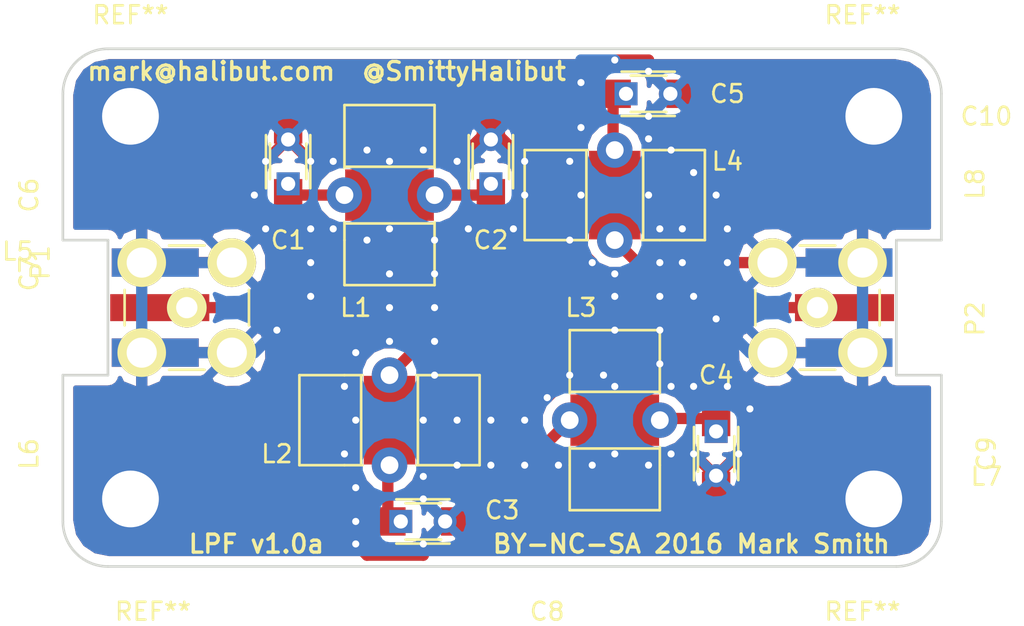
<source format=kicad_pcb>
(kicad_pcb (version 4) (host pcbnew 4.0.5-e0-6337~49~ubuntu16.04.1)

  (general
    (links 50)
    (no_connects 0)
    (area 50.724999 50.064999 100.405001 94.603001)
    (thickness 1.6)
    (drawings 26)
    (tracks 278)
    (zones 0)
    (modules 24)
    (nets 7)
  )

  (page A4)
  (layers
    (0 F.Cu signal)
    (31 B.Cu signal)
    (32 B.Adhes user)
    (33 F.Adhes user)
    (34 B.Paste user)
    (35 F.Paste user)
    (36 B.SilkS user)
    (37 F.SilkS user)
    (38 B.Mask user)
    (39 F.Mask user)
    (40 Dwgs.User user)
    (41 Cmts.User user)
    (42 Eco1.User user)
    (43 Eco2.User user)
    (44 Edge.Cuts user)
    (45 Margin user)
    (46 B.CrtYd user)
    (47 F.CrtYd user)
    (48 B.Fab user)
    (49 F.Fab user)
  )

  (setup
    (last_trace_width 0.635)
    (trace_clearance 0.2)
    (zone_clearance 0.508)
    (zone_45_only no)
    (trace_min 0.2)
    (segment_width 0.2)
    (edge_width 0.15)
    (via_size 0.6)
    (via_drill 0.4)
    (via_min_size 0.4)
    (via_min_drill 0.3)
    (uvia_size 0.3)
    (uvia_drill 0.1)
    (uvias_allowed no)
    (uvia_min_size 0)
    (uvia_min_drill 0)
    (pcb_text_width 0.3)
    (pcb_text_size 1.5 1.5)
    (mod_edge_width 0.15)
    (mod_text_size 1 1)
    (mod_text_width 0.15)
    (pad_size 1.524 1.524)
    (pad_drill 0.762)
    (pad_to_mask_clearance 0.2)
    (aux_axis_origin 0 0)
    (visible_elements FFFFFF7F)
    (pcbplotparams
      (layerselection 0x00030_80000001)
      (usegerberextensions false)
      (excludeedgelayer true)
      (linewidth 0.100000)
      (plotframeref false)
      (viasonmask false)
      (mode 1)
      (useauxorigin false)
      (hpglpennumber 1)
      (hpglpenspeed 20)
      (hpglpendiameter 15)
      (hpglpenoverlay 2)
      (psnegative false)
      (psa4output false)
      (plotreference true)
      (plotvalue true)
      (plotinvisibletext false)
      (padsonsilk false)
      (subtractmaskfromsilk false)
      (outputformat 1)
      (mirror false)
      (drillshape 1)
      (scaleselection 1)
      (outputdirectory ""))
  )

  (net 0 "")
  (net 1 "Net-(C1-Pad1)")
  (net 2 GND)
  (net 3 "Net-(C2-Pad1)")
  (net 4 "Net-(C3-Pad1)")
  (net 5 "Net-(C4-Pad1)")
  (net 6 "Net-(C10-Pad1)")

  (net_class Default "This is the default net class."
    (clearance 0.2)
    (trace_width 0.635)
    (via_dia 0.6)
    (via_drill 0.4)
    (uvia_dia 0.3)
    (uvia_drill 0.1)
    (add_net GND)
    (add_net "Net-(C1-Pad1)")
    (add_net "Net-(C10-Pad1)")
    (add_net "Net-(C2-Pad1)")
    (add_net "Net-(C3-Pad1)")
    (add_net "Net-(C4-Pad1)")
  )

  (module Capacitors_SMD:C_1206_HandSoldering (layer F.Cu) (tedit 585CC138) (tstamp 585CBA4A)
    (at 63.5 57.15 90)
    (descr "Capacitor SMD 1206, hand soldering")
    (tags "capacitor 1206")
    (path /585CB905)
    (attr smd)
    (fp_text reference C1 (at -4.445 0 180) (layer F.SilkS)
      (effects (font (size 1 1) (thickness 0.15)))
    )
    (fp_text value C_Small (at 0.635 -14.605 90) (layer F.Fab)
      (effects (font (size 1 1) (thickness 0.15)))
    )
    (fp_line (start -1.6 0.8) (end -1.6 -0.8) (layer F.Fab) (width 0.15))
    (fp_line (start 1.6 0.8) (end -1.6 0.8) (layer F.Fab) (width 0.15))
    (fp_line (start 1.6 -0.8) (end 1.6 0.8) (layer F.Fab) (width 0.15))
    (fp_line (start -1.6 -0.8) (end 1.6 -0.8) (layer F.Fab) (width 0.15))
    (fp_line (start -3.3 -1.15) (end 3.3 -1.15) (layer F.CrtYd) (width 0.05))
    (fp_line (start -3.3 1.15) (end 3.3 1.15) (layer F.CrtYd) (width 0.05))
    (fp_line (start -3.3 -1.15) (end -3.3 1.15) (layer F.CrtYd) (width 0.05))
    (fp_line (start 3.3 -1.15) (end 3.3 1.15) (layer F.CrtYd) (width 0.05))
    (fp_line (start 1 -1.025) (end -1 -1.025) (layer F.SilkS) (width 0.15))
    (fp_line (start -1 1.025) (end 1 1.025) (layer F.SilkS) (width 0.15))
    (pad 1 smd rect (at -2 0 90) (size 2 1.6) (layers F.Cu F.Paste F.Mask)
      (net 1 "Net-(C1-Pad1)"))
    (pad 2 smd rect (at 2 0 90) (size 2 1.6) (layers F.Cu F.Paste F.Mask)
      (net 2 GND))
    (model Capacitors_SMD.3dshapes/C_1206_HandSoldering.wrl
      (at (xyz 0 0 0))
      (scale (xyz 1 1 1))
      (rotate (xyz 0 0 0))
    )
  )

  (module Capacitors_SMD:C_1206_HandSoldering (layer F.Cu) (tedit 585CC13F) (tstamp 585CBA50)
    (at 74.93 57.15 90)
    (descr "Capacitor SMD 1206, hand soldering")
    (tags "capacitor 1206")
    (path /585CB931)
    (attr smd)
    (fp_text reference C2 (at -4.445 0 180) (layer F.SilkS)
      (effects (font (size 1 1) (thickness 0.15)))
    )
    (fp_text value C_Small (at -1.27 27.305 90) (layer F.Fab)
      (effects (font (size 1 1) (thickness 0.15)))
    )
    (fp_line (start -1.6 0.8) (end -1.6 -0.8) (layer F.Fab) (width 0.15))
    (fp_line (start 1.6 0.8) (end -1.6 0.8) (layer F.Fab) (width 0.15))
    (fp_line (start 1.6 -0.8) (end 1.6 0.8) (layer F.Fab) (width 0.15))
    (fp_line (start -1.6 -0.8) (end 1.6 -0.8) (layer F.Fab) (width 0.15))
    (fp_line (start -3.3 -1.15) (end 3.3 -1.15) (layer F.CrtYd) (width 0.05))
    (fp_line (start -3.3 1.15) (end 3.3 1.15) (layer F.CrtYd) (width 0.05))
    (fp_line (start -3.3 -1.15) (end -3.3 1.15) (layer F.CrtYd) (width 0.05))
    (fp_line (start 3.3 -1.15) (end 3.3 1.15) (layer F.CrtYd) (width 0.05))
    (fp_line (start 1 -1.025) (end -1 -1.025) (layer F.SilkS) (width 0.15))
    (fp_line (start -1 1.025) (end 1 1.025) (layer F.SilkS) (width 0.15))
    (pad 1 smd rect (at -2 0 90) (size 2 1.6) (layers F.Cu F.Paste F.Mask)
      (net 3 "Net-(C2-Pad1)"))
    (pad 2 smd rect (at 2 0 90) (size 2 1.6) (layers F.Cu F.Paste F.Mask)
      (net 2 GND))
    (model Capacitors_SMD.3dshapes/C_1206_HandSoldering.wrl
      (at (xyz 0 0 0))
      (scale (xyz 1 1 1))
      (rotate (xyz 0 0 0))
    )
  )

  (module Capacitors_SMD:C_1206_HandSoldering (layer F.Cu) (tedit 585CC2C9) (tstamp 585CBA56)
    (at 71.12 77.47)
    (descr "Capacitor SMD 1206, hand soldering")
    (tags "capacitor 1206")
    (path /585CB96D)
    (attr smd)
    (fp_text reference C3 (at 4.445 -0.635) (layer F.SilkS)
      (effects (font (size 1 1) (thickness 0.15)))
    )
    (fp_text value C_Small (at 1.905 5.08) (layer F.Fab)
      (effects (font (size 1 1) (thickness 0.15)))
    )
    (fp_line (start -1.6 0.8) (end -1.6 -0.8) (layer F.Fab) (width 0.15))
    (fp_line (start 1.6 0.8) (end -1.6 0.8) (layer F.Fab) (width 0.15))
    (fp_line (start 1.6 -0.8) (end 1.6 0.8) (layer F.Fab) (width 0.15))
    (fp_line (start -1.6 -0.8) (end 1.6 -0.8) (layer F.Fab) (width 0.15))
    (fp_line (start -3.3 -1.15) (end 3.3 -1.15) (layer F.CrtYd) (width 0.05))
    (fp_line (start -3.3 1.15) (end 3.3 1.15) (layer F.CrtYd) (width 0.05))
    (fp_line (start -3.3 -1.15) (end -3.3 1.15) (layer F.CrtYd) (width 0.05))
    (fp_line (start 3.3 -1.15) (end 3.3 1.15) (layer F.CrtYd) (width 0.05))
    (fp_line (start 1 -1.025) (end -1 -1.025) (layer F.SilkS) (width 0.15))
    (fp_line (start -1 1.025) (end 1 1.025) (layer F.SilkS) (width 0.15))
    (pad 1 smd rect (at -2 0) (size 2 1.6) (layers F.Cu F.Paste F.Mask)
      (net 4 "Net-(C3-Pad1)"))
    (pad 2 smd rect (at 2 0) (size 2 1.6) (layers F.Cu F.Paste F.Mask)
      (net 2 GND))
    (model Capacitors_SMD.3dshapes/C_1206_HandSoldering.wrl
      (at (xyz 0 0 0))
      (scale (xyz 1 1 1))
      (rotate (xyz 0 0 0))
    )
  )

  (module Capacitors_SMD:C_1206_HandSoldering (layer F.Cu) (tedit 585CC116) (tstamp 585CBA5C)
    (at 87.63 73.66 270)
    (descr "Capacitor SMD 1206, hand soldering")
    (tags "capacitor 1206")
    (path /585CB9CF)
    (attr smd)
    (fp_text reference C4 (at -4.445 0 360) (layer F.SilkS)
      (effects (font (size 1 1) (thickness 0.15)))
    )
    (fp_text value C_Small (at -0.635 -15.24 270) (layer F.Fab)
      (effects (font (size 1 1) (thickness 0.15)))
    )
    (fp_line (start -1.6 0.8) (end -1.6 -0.8) (layer F.Fab) (width 0.15))
    (fp_line (start 1.6 0.8) (end -1.6 0.8) (layer F.Fab) (width 0.15))
    (fp_line (start 1.6 -0.8) (end 1.6 0.8) (layer F.Fab) (width 0.15))
    (fp_line (start -1.6 -0.8) (end 1.6 -0.8) (layer F.Fab) (width 0.15))
    (fp_line (start -3.3 -1.15) (end 3.3 -1.15) (layer F.CrtYd) (width 0.05))
    (fp_line (start -3.3 1.15) (end 3.3 1.15) (layer F.CrtYd) (width 0.05))
    (fp_line (start -3.3 -1.15) (end -3.3 1.15) (layer F.CrtYd) (width 0.05))
    (fp_line (start 3.3 -1.15) (end 3.3 1.15) (layer F.CrtYd) (width 0.05))
    (fp_line (start 1 -1.025) (end -1 -1.025) (layer F.SilkS) (width 0.15))
    (fp_line (start -1 1.025) (end 1 1.025) (layer F.SilkS) (width 0.15))
    (pad 1 smd rect (at -2 0 270) (size 2 1.6) (layers F.Cu F.Paste F.Mask)
      (net 5 "Net-(C4-Pad1)"))
    (pad 2 smd rect (at 2 0 270) (size 2 1.6) (layers F.Cu F.Paste F.Mask)
      (net 2 GND))
    (model Capacitors_SMD.3dshapes/C_1206_HandSoldering.wrl
      (at (xyz 0 0 0))
      (scale (xyz 1 1 1))
      (rotate (xyz 0 0 0))
    )
  )

  (module Capacitors_SMD:C_1206_HandSoldering (layer F.Cu) (tedit 585CBF92) (tstamp 585CBA62)
    (at 83.82 53.34)
    (descr "Capacitor SMD 1206, hand soldering")
    (tags "capacitor 1206")
    (path /585CBA37)
    (attr smd)
    (fp_text reference C5 (at 4.445 0) (layer F.SilkS)
      (effects (font (size 1 1) (thickness 0.15)))
    )
    (fp_text value C_Small (at 6.985 27.94) (layer F.Fab)
      (effects (font (size 1 1) (thickness 0.15)))
    )
    (fp_line (start -1.6 0.8) (end -1.6 -0.8) (layer F.Fab) (width 0.15))
    (fp_line (start 1.6 0.8) (end -1.6 0.8) (layer F.Fab) (width 0.15))
    (fp_line (start 1.6 -0.8) (end 1.6 0.8) (layer F.Fab) (width 0.15))
    (fp_line (start -1.6 -0.8) (end 1.6 -0.8) (layer F.Fab) (width 0.15))
    (fp_line (start -3.3 -1.15) (end 3.3 -1.15) (layer F.CrtYd) (width 0.05))
    (fp_line (start -3.3 1.15) (end 3.3 1.15) (layer F.CrtYd) (width 0.05))
    (fp_line (start -3.3 -1.15) (end -3.3 1.15) (layer F.CrtYd) (width 0.05))
    (fp_line (start 3.3 -1.15) (end 3.3 1.15) (layer F.CrtYd) (width 0.05))
    (fp_line (start 1 -1.025) (end -1 -1.025) (layer F.SilkS) (width 0.15))
    (fp_line (start -1 1.025) (end 1 1.025) (layer F.SilkS) (width 0.15))
    (pad 1 smd rect (at -2 0) (size 2 1.6) (layers F.Cu F.Paste F.Mask)
      (net 6 "Net-(C10-Pad1)"))
    (pad 2 smd rect (at 2 0) (size 2 1.6) (layers F.Cu F.Paste F.Mask)
      (net 2 GND))
    (model Capacitors_SMD.3dshapes/C_1206_HandSoldering.wrl
      (at (xyz 0 0 0))
      (scale (xyz 1 1 1))
      (rotate (xyz 0 0 0))
    )
  )

  (module Capacitors_ThroughHole:C_Disc_D3_P2.5 (layer F.Cu) (tedit 585CBF20) (tstamp 585CBA68)
    (at 63.5 58.42 90)
    (descr "Capacitor 3mm Disc, Pitch 2.5mm")
    (tags Capacitor)
    (path /585CBC78)
    (fp_text reference C6 (at -0.635 -14.605 90) (layer F.SilkS)
      (effects (font (size 1 1) (thickness 0.15)))
    )
    (fp_text value C_Small (at 0.635 -14.605 90) (layer F.Fab)
      (effects (font (size 1 1) (thickness 0.15)))
    )
    (fp_line (start -0.9 -1.5) (end 3.4 -1.5) (layer F.CrtYd) (width 0.05))
    (fp_line (start 3.4 -1.5) (end 3.4 1.5) (layer F.CrtYd) (width 0.05))
    (fp_line (start 3.4 1.5) (end -0.9 1.5) (layer F.CrtYd) (width 0.05))
    (fp_line (start -0.9 1.5) (end -0.9 -1.5) (layer F.CrtYd) (width 0.05))
    (fp_line (start -0.25 -1.25) (end 2.75 -1.25) (layer F.SilkS) (width 0.15))
    (fp_line (start 2.75 1.25) (end -0.25 1.25) (layer F.SilkS) (width 0.15))
    (pad 1 thru_hole rect (at 0 0 90) (size 1.3 1.3) (drill 0.8) (layers *.Cu *.Mask)
      (net 1 "Net-(C1-Pad1)"))
    (pad 2 thru_hole circle (at 2.5 0 90) (size 1.3 1.3) (drill 0.8001) (layers *.Cu *.Mask)
      (net 2 GND))
    (model Capacitors_ThroughHole.3dshapes/C_Disc_D3_P2.5.wrl
      (at (xyz 0.0492126 0 0))
      (scale (xyz 1 1 1))
      (rotate (xyz 0 0 0))
    )
  )

  (module Capacitors_ThroughHole:C_Disc_D3_P2.5 (layer F.Cu) (tedit 585CBF9A) (tstamp 585CBA6E)
    (at 74.93 58.42 90)
    (descr "Capacitor 3mm Disc, Pitch 2.5mm")
    (tags Capacitor)
    (path /585CBCAE)
    (fp_text reference C7 (at -5.08 -26.035 90) (layer F.SilkS)
      (effects (font (size 1 1) (thickness 0.15)))
    )
    (fp_text value C_Small (at 0 27.305 90) (layer F.Fab)
      (effects (font (size 1 1) (thickness 0.15)))
    )
    (fp_line (start -0.9 -1.5) (end 3.4 -1.5) (layer F.CrtYd) (width 0.05))
    (fp_line (start 3.4 -1.5) (end 3.4 1.5) (layer F.CrtYd) (width 0.05))
    (fp_line (start 3.4 1.5) (end -0.9 1.5) (layer F.CrtYd) (width 0.05))
    (fp_line (start -0.9 1.5) (end -0.9 -1.5) (layer F.CrtYd) (width 0.05))
    (fp_line (start -0.25 -1.25) (end 2.75 -1.25) (layer F.SilkS) (width 0.15))
    (fp_line (start 2.75 1.25) (end -0.25 1.25) (layer F.SilkS) (width 0.15))
    (pad 1 thru_hole rect (at 0 0 90) (size 1.3 1.3) (drill 0.8) (layers *.Cu *.Mask)
      (net 3 "Net-(C2-Pad1)"))
    (pad 2 thru_hole circle (at 2.5 0 90) (size 1.3 1.3) (drill 0.8001) (layers *.Cu *.Mask)
      (net 2 GND))
    (model Capacitors_ThroughHole.3dshapes/C_Disc_D3_P2.5.wrl
      (at (xyz 0.0492126 0 0))
      (scale (xyz 1 1 1))
      (rotate (xyz 0 0 0))
    )
  )

  (module Capacitors_ThroughHole:C_Disc_D3_P2.5 (layer F.Cu) (tedit 585CBF5D) (tstamp 585CBA74)
    (at 69.85 77.47)
    (descr "Capacitor 3mm Disc, Pitch 2.5mm")
    (tags Capacitor)
    (path /585CBCE5)
    (fp_text reference C8 (at 8.255 5.08) (layer F.SilkS)
      (effects (font (size 1 1) (thickness 0.15)))
    )
    (fp_text value C_Small (at 1.905 5.08) (layer F.Fab)
      (effects (font (size 1 1) (thickness 0.15)))
    )
    (fp_line (start -0.9 -1.5) (end 3.4 -1.5) (layer F.CrtYd) (width 0.05))
    (fp_line (start 3.4 -1.5) (end 3.4 1.5) (layer F.CrtYd) (width 0.05))
    (fp_line (start 3.4 1.5) (end -0.9 1.5) (layer F.CrtYd) (width 0.05))
    (fp_line (start -0.9 1.5) (end -0.9 -1.5) (layer F.CrtYd) (width 0.05))
    (fp_line (start -0.25 -1.25) (end 2.75 -1.25) (layer F.SilkS) (width 0.15))
    (fp_line (start 2.75 1.25) (end -0.25 1.25) (layer F.SilkS) (width 0.15))
    (pad 1 thru_hole rect (at 0 0) (size 1.3 1.3) (drill 0.8) (layers *.Cu *.Mask)
      (net 4 "Net-(C3-Pad1)"))
    (pad 2 thru_hole circle (at 2.5 0) (size 1.3 1.3) (drill 0.8001) (layers *.Cu *.Mask)
      (net 2 GND))
    (model Capacitors_ThroughHole.3dshapes/C_Disc_D3_P2.5.wrl
      (at (xyz 0.0492126 0 0))
      (scale (xyz 1 1 1))
      (rotate (xyz 0 0 0))
    )
  )

  (module Capacitors_ThroughHole:C_Disc_D3_P2.5 (layer F.Cu) (tedit 585CBF6B) (tstamp 585CBA7A)
    (at 87.63 72.39 270)
    (descr "Capacitor 3mm Disc, Pitch 2.5mm")
    (tags Capacitor)
    (path /585CBD1F)
    (fp_text reference C9 (at 1.27 -15.24 270) (layer F.SilkS)
      (effects (font (size 1 1) (thickness 0.15)))
    )
    (fp_text value C_Small (at 1.27 -15.24 270) (layer F.Fab)
      (effects (font (size 1 1) (thickness 0.15)))
    )
    (fp_line (start -0.9 -1.5) (end 3.4 -1.5) (layer F.CrtYd) (width 0.05))
    (fp_line (start 3.4 -1.5) (end 3.4 1.5) (layer F.CrtYd) (width 0.05))
    (fp_line (start 3.4 1.5) (end -0.9 1.5) (layer F.CrtYd) (width 0.05))
    (fp_line (start -0.9 1.5) (end -0.9 -1.5) (layer F.CrtYd) (width 0.05))
    (fp_line (start -0.25 -1.25) (end 2.75 -1.25) (layer F.SilkS) (width 0.15))
    (fp_line (start 2.75 1.25) (end -0.25 1.25) (layer F.SilkS) (width 0.15))
    (pad 1 thru_hole rect (at 0 0 270) (size 1.3 1.3) (drill 0.8) (layers *.Cu *.Mask)
      (net 5 "Net-(C4-Pad1)"))
    (pad 2 thru_hole circle (at 2.5 0 270) (size 1.3 1.3) (drill 0.8001) (layers *.Cu *.Mask)
      (net 2 GND))
    (model Capacitors_ThroughHole.3dshapes/C_Disc_D3_P2.5.wrl
      (at (xyz 0.0492126 0 0))
      (scale (xyz 1 1 1))
      (rotate (xyz 0 0 0))
    )
  )

  (module Capacitors_ThroughHole:C_Disc_D3_P2.5 (layer F.Cu) (tedit 585CBF95) (tstamp 585CBA80)
    (at 82.55 53.34)
    (descr "Capacitor 3mm Disc, Pitch 2.5mm")
    (tags Capacitor)
    (path /585CBD5C)
    (fp_text reference C10 (at 20.32 1.27) (layer F.SilkS)
      (effects (font (size 1 1) (thickness 0.15)))
    )
    (fp_text value C_Small (at 3.81 28.575) (layer F.Fab)
      (effects (font (size 1 1) (thickness 0.15)))
    )
    (fp_line (start -0.9 -1.5) (end 3.4 -1.5) (layer F.CrtYd) (width 0.05))
    (fp_line (start 3.4 -1.5) (end 3.4 1.5) (layer F.CrtYd) (width 0.05))
    (fp_line (start 3.4 1.5) (end -0.9 1.5) (layer F.CrtYd) (width 0.05))
    (fp_line (start -0.9 1.5) (end -0.9 -1.5) (layer F.CrtYd) (width 0.05))
    (fp_line (start -0.25 -1.25) (end 2.75 -1.25) (layer F.SilkS) (width 0.15))
    (fp_line (start 2.75 1.25) (end -0.25 1.25) (layer F.SilkS) (width 0.15))
    (pad 1 thru_hole rect (at 0 0) (size 1.3 1.3) (drill 0.8) (layers *.Cu *.Mask)
      (net 6 "Net-(C10-Pad1)"))
    (pad 2 thru_hole circle (at 2.5 0) (size 1.3 1.3) (drill 0.8001) (layers *.Cu *.Mask)
      (net 2 GND))
    (model Capacitors_ThroughHole.3dshapes/C_Disc_D3_P2.5.wrl
      (at (xyz 0.0492126 0 0))
      (scale (xyz 1 1 1))
      (rotate (xyz 0 0 0))
    )
  )

  (module Choke_Toroid_ThroughHole:Choke_Toroid_5x10mm_Vertical (layer F.Cu) (tedit 585CC13C) (tstamp 585CBA86)
    (at 66.675 53.975 270)
    (descr "Toroid, Coil, Choke,  5mm x 10mm, Vertical, Inductor, Drossel, Thruhole,")
    (tags "Toroid, Coil, Choke, 5mm x 10mm, Vertical, Inductor, Drossel, Thruhole,")
    (path /585CB73A)
    (fp_text reference L1 (at 11.43 -0.635 360) (layer F.SilkS)
      (effects (font (size 1 1) (thickness 0.15)))
    )
    (fp_text value L_Small (at 3.175 17.78 270) (layer F.Fab)
      (effects (font (size 1 1) (thickness 0.15)))
    )
    (fp_line (start 0 0) (end 3.556 0) (layer F.SilkS) (width 0.15))
    (fp_line (start 0 -5.08) (end 3.556 -5.08) (layer F.SilkS) (width 0.15))
    (fp_line (start 7.62 0) (end 6.604 0) (layer F.SilkS) (width 0.15))
    (fp_line (start 7.62 -5.08) (end 6.604 -5.08) (layer F.SilkS) (width 0.15))
    (fp_line (start 10.16 0) (end 7.62 0) (layer F.SilkS) (width 0.15))
    (fp_line (start 10.16 -5.08) (end 7.62 -5.08) (layer F.SilkS) (width 0.15))
    (fp_line (start 10.16 0) (end 10.16 -5.08) (layer F.SilkS) (width 0.15))
    (fp_line (start 0 -5.08) (end 0 0) (layer F.SilkS) (width 0.15))
    (pad 1 thru_hole circle (at 5.08 0 270) (size 1.99898 1.99898) (drill 1.00076) (layers *.Cu *.Mask)
      (net 1 "Net-(C1-Pad1)"))
    (pad 2 thru_hole circle (at 5.08 -5.08 270) (size 1.99898 1.99898) (drill 1.00076) (layers *.Cu *.Mask)
      (net 3 "Net-(C2-Pad1)"))
  )

  (module Choke_Toroid_ThroughHole:Choke_Toroid_5x10mm_Vertical (layer F.Cu) (tedit 585CBF50) (tstamp 585CBA8C)
    (at 74.295 69.215 180)
    (descr "Toroid, Coil, Choke,  5mm x 10mm, Vertical, Inductor, Drossel, Thruhole,")
    (tags "Toroid, Coil, Choke, 5mm x 10mm, Vertical, Inductor, Drossel, Thruhole,")
    (path /585CB876)
    (fp_text reference L2 (at 11.43 -4.445 180) (layer F.SilkS)
      (effects (font (size 1 1) (thickness 0.15)))
    )
    (fp_text value L_Small (at 3.175 -12.7 180) (layer F.Fab)
      (effects (font (size 1 1) (thickness 0.15)))
    )
    (fp_line (start 0 0) (end 3.556 0) (layer F.SilkS) (width 0.15))
    (fp_line (start 0 -5.08) (end 3.556 -5.08) (layer F.SilkS) (width 0.15))
    (fp_line (start 7.62 0) (end 6.604 0) (layer F.SilkS) (width 0.15))
    (fp_line (start 7.62 -5.08) (end 6.604 -5.08) (layer F.SilkS) (width 0.15))
    (fp_line (start 10.16 0) (end 7.62 0) (layer F.SilkS) (width 0.15))
    (fp_line (start 10.16 -5.08) (end 7.62 -5.08) (layer F.SilkS) (width 0.15))
    (fp_line (start 10.16 0) (end 10.16 -5.08) (layer F.SilkS) (width 0.15))
    (fp_line (start 0 -5.08) (end 0 0) (layer F.SilkS) (width 0.15))
    (pad 1 thru_hole circle (at 5.08 0 180) (size 1.99898 1.99898) (drill 1.00076) (layers *.Cu *.Mask)
      (net 3 "Net-(C2-Pad1)"))
    (pad 2 thru_hole circle (at 5.08 -5.08 180) (size 1.99898 1.99898) (drill 1.00076) (layers *.Cu *.Mask)
      (net 4 "Net-(C3-Pad1)"))
  )

  (module Choke_Toroid_ThroughHole:Choke_Toroid_5x10mm_Vertical (layer F.Cu) (tedit 585CC113) (tstamp 585CBA92)
    (at 79.375 66.675 270)
    (descr "Toroid, Coil, Choke,  5mm x 10mm, Vertical, Inductor, Drossel, Thruhole,")
    (tags "Toroid, Coil, Choke, 5mm x 10mm, Vertical, Inductor, Drossel, Thruhole,")
    (path /585CB8A6)
    (fp_text reference L3 (at -1.27 -0.635 360) (layer F.SilkS)
      (effects (font (size 1 1) (thickness 0.15)))
    )
    (fp_text value L_Small (at 5.715 -22.86 270) (layer F.Fab)
      (effects (font (size 1 1) (thickness 0.15)))
    )
    (fp_line (start 0 0) (end 3.556 0) (layer F.SilkS) (width 0.15))
    (fp_line (start 0 -5.08) (end 3.556 -5.08) (layer F.SilkS) (width 0.15))
    (fp_line (start 7.62 0) (end 6.604 0) (layer F.SilkS) (width 0.15))
    (fp_line (start 7.62 -5.08) (end 6.604 -5.08) (layer F.SilkS) (width 0.15))
    (fp_line (start 10.16 0) (end 7.62 0) (layer F.SilkS) (width 0.15))
    (fp_line (start 10.16 -5.08) (end 7.62 -5.08) (layer F.SilkS) (width 0.15))
    (fp_line (start 10.16 0) (end 10.16 -5.08) (layer F.SilkS) (width 0.15))
    (fp_line (start 0 -5.08) (end 0 0) (layer F.SilkS) (width 0.15))
    (pad 1 thru_hole circle (at 5.08 0 270) (size 1.99898 1.99898) (drill 1.00076) (layers *.Cu *.Mask)
      (net 4 "Net-(C3-Pad1)"))
    (pad 2 thru_hole circle (at 5.08 -5.08 270) (size 1.99898 1.99898) (drill 1.00076) (layers *.Cu *.Mask)
      (net 5 "Net-(C4-Pad1)"))
  )

  (module Choke_Toroid_ThroughHole:Choke_Toroid_5x10mm_Vertical (layer F.Cu) (tedit 585CBFC2) (tstamp 585CBA98)
    (at 76.835 61.595)
    (descr "Toroid, Coil, Choke,  5mm x 10mm, Vertical, Inductor, Drossel, Thruhole,")
    (tags "Toroid, Coil, Choke, 5mm x 10mm, Vertical, Inductor, Drossel, Thruhole,")
    (path /585CB8D7)
    (fp_text reference L4 (at 11.43 -4.445) (layer F.SilkS)
      (effects (font (size 1 1) (thickness 0.15)))
    )
    (fp_text value L_Small (at 10.16 20.32) (layer F.Fab)
      (effects (font (size 1 1) (thickness 0.15)))
    )
    (fp_line (start 0 0) (end 3.556 0) (layer F.SilkS) (width 0.15))
    (fp_line (start 0 -5.08) (end 3.556 -5.08) (layer F.SilkS) (width 0.15))
    (fp_line (start 7.62 0) (end 6.604 0) (layer F.SilkS) (width 0.15))
    (fp_line (start 7.62 -5.08) (end 6.604 -5.08) (layer F.SilkS) (width 0.15))
    (fp_line (start 10.16 0) (end 7.62 0) (layer F.SilkS) (width 0.15))
    (fp_line (start 10.16 -5.08) (end 7.62 -5.08) (layer F.SilkS) (width 0.15))
    (fp_line (start 10.16 0) (end 10.16 -5.08) (layer F.SilkS) (width 0.15))
    (fp_line (start 0 -5.08) (end 0 0) (layer F.SilkS) (width 0.15))
    (pad 1 thru_hole circle (at 5.08 0) (size 1.99898 1.99898) (drill 1.00076) (layers *.Cu *.Mask)
      (net 5 "Net-(C4-Pad1)"))
    (pad 2 thru_hole circle (at 5.08 -5.08) (size 1.99898 1.99898) (drill 1.00076) (layers *.Cu *.Mask)
      (net 6 "Net-(C10-Pad1)"))
  )

  (module Inductors:Inductor_Taiyo-Yuden_NR-30xx_HandSoldering (layer F.Cu) (tedit 585CBF44) (tstamp 585CBA9E)
    (at 69.215 59.055)
    (descr "Inductor, Taiyo Yuden, NR series, Taiyo-Yuden_NR-30xx, 3.0mmx3.0mm")
    (tags "inductor taiyo-yuden nr smd")
    (path /585CBE71)
    (attr smd)
    (fp_text reference L5 (at -20.955 3.175) (layer F.SilkS)
      (effects (font (size 1 1) (thickness 0.15)))
    )
    (fp_text value L_Small (at -1.27 22.86) (layer F.Fab)
      (effects (font (size 1 1) (thickness 0.15)))
    )
    (fp_line (start -1.5 0) (end -1.5 -0.95) (layer F.Fab) (width 0.15))
    (fp_line (start -1.5 -0.95) (end -0.95 -1.5) (layer F.Fab) (width 0.15))
    (fp_line (start -0.95 -1.5) (end 0 -1.5) (layer F.Fab) (width 0.15))
    (fp_line (start 1.5 0) (end 1.5 -0.95) (layer F.Fab) (width 0.15))
    (fp_line (start 1.5 -0.95) (end 0.95 -1.5) (layer F.Fab) (width 0.15))
    (fp_line (start 0.95 -1.5) (end 0 -1.5) (layer F.Fab) (width 0.15))
    (fp_line (start 1.5 0) (end 1.5 0.95) (layer F.Fab) (width 0.15))
    (fp_line (start 1.5 0.95) (end 0.95 1.5) (layer F.Fab) (width 0.15))
    (fp_line (start 0.95 1.5) (end 0 1.5) (layer F.Fab) (width 0.15))
    (fp_line (start -1.5 0) (end -1.5 0.95) (layer F.Fab) (width 0.15))
    (fp_line (start -1.5 0.95) (end -0.95 1.5) (layer F.Fab) (width 0.15))
    (fp_line (start -0.95 1.5) (end 0 1.5) (layer F.Fab) (width 0.15))
    (fp_line (start -2.5 -1.6) (end 2.5 -1.6) (layer F.SilkS) (width 0.15))
    (fp_line (start -2.5 1.6) (end 2.5 1.6) (layer F.SilkS) (width 0.15))
    (fp_line (start -2.75 -1.8) (end -2.75 1.8) (layer F.CrtYd) (width 0.05))
    (fp_line (start -2.75 1.8) (end 2.75 1.8) (layer F.CrtYd) (width 0.05))
    (fp_line (start 2.75 1.8) (end 2.75 -1.8) (layer F.CrtYd) (width 0.05))
    (fp_line (start 2.75 -1.8) (end -2.75 -1.8) (layer F.CrtYd) (width 0.05))
    (pad 1 smd rect (at -1.6 0) (size 1.8 2.9) (layers F.Cu F.Paste F.Mask)
      (net 1 "Net-(C1-Pad1)"))
    (pad 2 smd rect (at 1.6 0) (size 1.8 2.9) (layers F.Cu F.Paste F.Mask)
      (net 3 "Net-(C2-Pad1)"))
    (model Inductors.3dshapes/Inductor_Taiyo-Yuden_NR-30xx.wrl
      (at (xyz 0 0 0))
      (scale (xyz 1 1 1))
      (rotate (xyz 0 0 0))
    )
  )

  (module Inductors:Inductor_Taiyo-Yuden_NR-30xx_HandSoldering (layer F.Cu) (tedit 585CBFAD) (tstamp 585CBAA4)
    (at 69.215 71.755 270)
    (descr "Inductor, Taiyo Yuden, NR series, Taiyo-Yuden_NR-30xx, 3.0mmx3.0mm")
    (tags "inductor taiyo-yuden nr smd")
    (path /585CBEB4)
    (attr smd)
    (fp_text reference L6 (at 1.905 20.32 270) (layer F.SilkS)
      (effects (font (size 1 1) (thickness 0.15)))
    )
    (fp_text value L_Small (at 0 19.685 270) (layer F.Fab)
      (effects (font (size 1 1) (thickness 0.15)))
    )
    (fp_line (start -1.5 0) (end -1.5 -0.95) (layer F.Fab) (width 0.15))
    (fp_line (start -1.5 -0.95) (end -0.95 -1.5) (layer F.Fab) (width 0.15))
    (fp_line (start -0.95 -1.5) (end 0 -1.5) (layer F.Fab) (width 0.15))
    (fp_line (start 1.5 0) (end 1.5 -0.95) (layer F.Fab) (width 0.15))
    (fp_line (start 1.5 -0.95) (end 0.95 -1.5) (layer F.Fab) (width 0.15))
    (fp_line (start 0.95 -1.5) (end 0 -1.5) (layer F.Fab) (width 0.15))
    (fp_line (start 1.5 0) (end 1.5 0.95) (layer F.Fab) (width 0.15))
    (fp_line (start 1.5 0.95) (end 0.95 1.5) (layer F.Fab) (width 0.15))
    (fp_line (start 0.95 1.5) (end 0 1.5) (layer F.Fab) (width 0.15))
    (fp_line (start -1.5 0) (end -1.5 0.95) (layer F.Fab) (width 0.15))
    (fp_line (start -1.5 0.95) (end -0.95 1.5) (layer F.Fab) (width 0.15))
    (fp_line (start -0.95 1.5) (end 0 1.5) (layer F.Fab) (width 0.15))
    (fp_line (start -2.5 -1.6) (end 2.5 -1.6) (layer F.SilkS) (width 0.15))
    (fp_line (start -2.5 1.6) (end 2.5 1.6) (layer F.SilkS) (width 0.15))
    (fp_line (start -2.75 -1.8) (end -2.75 1.8) (layer F.CrtYd) (width 0.05))
    (fp_line (start -2.75 1.8) (end 2.75 1.8) (layer F.CrtYd) (width 0.05))
    (fp_line (start 2.75 1.8) (end 2.75 -1.8) (layer F.CrtYd) (width 0.05))
    (fp_line (start 2.75 -1.8) (end -2.75 -1.8) (layer F.CrtYd) (width 0.05))
    (pad 1 smd rect (at -1.6 0 270) (size 1.8 2.9) (layers F.Cu F.Paste F.Mask)
      (net 3 "Net-(C2-Pad1)"))
    (pad 2 smd rect (at 1.6 0 270) (size 1.8 2.9) (layers F.Cu F.Paste F.Mask)
      (net 4 "Net-(C3-Pad1)"))
    (model Inductors.3dshapes/Inductor_Taiyo-Yuden_NR-30xx.wrl
      (at (xyz 0 0 0))
      (scale (xyz 1 1 1))
      (rotate (xyz 0 0 0))
    )
  )

  (module Inductors:Inductor_Taiyo-Yuden_NR-30xx_HandSoldering (layer F.Cu) (tedit 585CBFB7) (tstamp 585CBAAA)
    (at 81.915 71.755)
    (descr "Inductor, Taiyo Yuden, NR series, Taiyo-Yuden_NR-30xx, 3.0mmx3.0mm")
    (tags "inductor taiyo-yuden nr smd")
    (path /585CBF0E)
    (attr smd)
    (fp_text reference L7 (at 20.955 3.175) (layer F.SilkS)
      (effects (font (size 1 1) (thickness 0.15)))
    )
    (fp_text value L_Small (at 1.905 9.525) (layer F.Fab)
      (effects (font (size 1 1) (thickness 0.15)))
    )
    (fp_line (start -1.5 0) (end -1.5 -0.95) (layer F.Fab) (width 0.15))
    (fp_line (start -1.5 -0.95) (end -0.95 -1.5) (layer F.Fab) (width 0.15))
    (fp_line (start -0.95 -1.5) (end 0 -1.5) (layer F.Fab) (width 0.15))
    (fp_line (start 1.5 0) (end 1.5 -0.95) (layer F.Fab) (width 0.15))
    (fp_line (start 1.5 -0.95) (end 0.95 -1.5) (layer F.Fab) (width 0.15))
    (fp_line (start 0.95 -1.5) (end 0 -1.5) (layer F.Fab) (width 0.15))
    (fp_line (start 1.5 0) (end 1.5 0.95) (layer F.Fab) (width 0.15))
    (fp_line (start 1.5 0.95) (end 0.95 1.5) (layer F.Fab) (width 0.15))
    (fp_line (start 0.95 1.5) (end 0 1.5) (layer F.Fab) (width 0.15))
    (fp_line (start -1.5 0) (end -1.5 0.95) (layer F.Fab) (width 0.15))
    (fp_line (start -1.5 0.95) (end -0.95 1.5) (layer F.Fab) (width 0.15))
    (fp_line (start -0.95 1.5) (end 0 1.5) (layer F.Fab) (width 0.15))
    (fp_line (start -2.5 -1.6) (end 2.5 -1.6) (layer F.SilkS) (width 0.15))
    (fp_line (start -2.5 1.6) (end 2.5 1.6) (layer F.SilkS) (width 0.15))
    (fp_line (start -2.75 -1.8) (end -2.75 1.8) (layer F.CrtYd) (width 0.05))
    (fp_line (start -2.75 1.8) (end 2.75 1.8) (layer F.CrtYd) (width 0.05))
    (fp_line (start 2.75 1.8) (end 2.75 -1.8) (layer F.CrtYd) (width 0.05))
    (fp_line (start 2.75 -1.8) (end -2.75 -1.8) (layer F.CrtYd) (width 0.05))
    (pad 1 smd rect (at -1.6 0) (size 1.8 2.9) (layers F.Cu F.Paste F.Mask)
      (net 4 "Net-(C3-Pad1)"))
    (pad 2 smd rect (at 1.6 0) (size 1.8 2.9) (layers F.Cu F.Paste F.Mask)
      (net 5 "Net-(C4-Pad1)"))
    (model Inductors.3dshapes/Inductor_Taiyo-Yuden_NR-30xx.wrl
      (at (xyz 0 0 0))
      (scale (xyz 1 1 1))
      (rotate (xyz 0 0 0))
    )
  )

  (module Inductors:Inductor_Taiyo-Yuden_NR-30xx_HandSoldering (layer F.Cu) (tedit 585CBFA2) (tstamp 585CBAB0)
    (at 81.915 59.055 90)
    (descr "Inductor, Taiyo Yuden, NR series, Taiyo-Yuden_NR-30xx, 3.0mmx3.0mm")
    (tags "inductor taiyo-yuden nr smd")
    (path /585CBF59)
    (attr smd)
    (fp_text reference L8 (at 0.635 20.32 90) (layer F.SilkS)
      (effects (font (size 1 1) (thickness 0.15)))
    )
    (fp_text value L_Small (at 0.635 20.32 90) (layer F.Fab)
      (effects (font (size 1 1) (thickness 0.15)))
    )
    (fp_line (start -1.5 0) (end -1.5 -0.95) (layer F.Fab) (width 0.15))
    (fp_line (start -1.5 -0.95) (end -0.95 -1.5) (layer F.Fab) (width 0.15))
    (fp_line (start -0.95 -1.5) (end 0 -1.5) (layer F.Fab) (width 0.15))
    (fp_line (start 1.5 0) (end 1.5 -0.95) (layer F.Fab) (width 0.15))
    (fp_line (start 1.5 -0.95) (end 0.95 -1.5) (layer F.Fab) (width 0.15))
    (fp_line (start 0.95 -1.5) (end 0 -1.5) (layer F.Fab) (width 0.15))
    (fp_line (start 1.5 0) (end 1.5 0.95) (layer F.Fab) (width 0.15))
    (fp_line (start 1.5 0.95) (end 0.95 1.5) (layer F.Fab) (width 0.15))
    (fp_line (start 0.95 1.5) (end 0 1.5) (layer F.Fab) (width 0.15))
    (fp_line (start -1.5 0) (end -1.5 0.95) (layer F.Fab) (width 0.15))
    (fp_line (start -1.5 0.95) (end -0.95 1.5) (layer F.Fab) (width 0.15))
    (fp_line (start -0.95 1.5) (end 0 1.5) (layer F.Fab) (width 0.15))
    (fp_line (start -2.5 -1.6) (end 2.5 -1.6) (layer F.SilkS) (width 0.15))
    (fp_line (start -2.5 1.6) (end 2.5 1.6) (layer F.SilkS) (width 0.15))
    (fp_line (start -2.75 -1.8) (end -2.75 1.8) (layer F.CrtYd) (width 0.05))
    (fp_line (start -2.75 1.8) (end 2.75 1.8) (layer F.CrtYd) (width 0.05))
    (fp_line (start 2.75 1.8) (end 2.75 -1.8) (layer F.CrtYd) (width 0.05))
    (fp_line (start 2.75 -1.8) (end -2.75 -1.8) (layer F.CrtYd) (width 0.05))
    (pad 1 smd rect (at -1.6 0 90) (size 1.8 2.9) (layers F.Cu F.Paste F.Mask)
      (net 5 "Net-(C4-Pad1)"))
    (pad 2 smd rect (at 1.6 0 90) (size 1.8 2.9) (layers F.Cu F.Paste F.Mask)
      (net 6 "Net-(C10-Pad1)"))
    (model Inductors.3dshapes/Inductor_Taiyo-Yuden_NR-30xx.wrl
      (at (xyz 0 0 0))
      (scale (xyz 1 1 1))
      (rotate (xyz 0 0 0))
    )
  )

  (module Libraries:SMA_Vertical_Or_Edge (layer F.Cu) (tedit 585CBF53) (tstamp 585CBABE)
    (at 57.785 65.405 270)
    (descr "SMB pcb mounting jack")
    (tags "SMB Jack  Striaght")
    (path /585CB6FF)
    (fp_text reference P1 (at -2.54 8.255 270) (layer F.SilkS)
      (effects (font (size 1 1) (thickness 0.15)))
    )
    (fp_text value BNC (at 0.635 8.89 270) (layer F.Fab)
      (effects (font (size 1 1) (thickness 0.15)))
    )
    (fp_line (start -4.25 -4.25) (end 4.25 -4.25) (layer B.CrtYd) (width 0.05))
    (fp_line (start 4.25 -4.25) (end 4.25 4.25) (layer B.CrtYd) (width 0.05))
    (fp_line (start 4.25 4.25) (end -4.25 4.25) (layer B.CrtYd) (width 0.05))
    (fp_line (start -4.25 4.25) (end -4.25 -4.25) (layer B.CrtYd) (width 0.05))
    (fp_line (start 4.25 4.25) (end -4.25 4.25) (layer F.CrtYd) (width 0.05))
    (fp_line (start -4.25 4.25) (end -4.25 -4.25) (layer F.CrtYd) (width 0.05))
    (fp_line (start 4.25 -4.25) (end 4.25 4.25) (layer F.CrtYd) (width 0.05))
    (fp_line (start -4.25 -4.25) (end 4.25 -4.25) (layer F.CrtYd) (width 0.05))
    (fp_line (start -1 -3.5052) (end 1 -3.5052) (layer F.SilkS) (width 0.15))
    (fp_line (start 3.5052 -1) (end 3.5052 1) (layer F.SilkS) (width 0.15))
    (fp_line (start 1 3.5052) (end -1 3.5052) (layer F.SilkS) (width 0.15))
    (fp_line (start -3.5052 1) (end -3.5052 -1) (layer F.SilkS) (width 0.15))
    (pad 2 thru_hole circle (at -2.54 2.54 270) (size 2.74 2.74) (drill 1.7) (layers *.Cu *.Mask F.SilkS)
      (net 2 GND))
    (pad 2 smd rect (at 2.54 1.778 270) (size 1.6002 4.9022) (layers B.Cu B.Paste B.Mask)
      (net 2 GND))
    (pad 2 thru_hole circle (at 2.54 2.54 270) (size 2.74 2.74) (drill 1.7) (layers *.Cu *.Mask F.SilkS)
      (net 2 GND))
    (pad 2 thru_hole circle (at 2.54 -2.54 270) (size 2.74 2.74) (drill 1.7) (layers *.Cu *.Mask F.SilkS)
      (net 2 GND))
    (pad 2 thru_hole circle (at -2.54 -2.54 270) (size 2.74 2.74) (drill 1.7) (layers *.Cu *.Mask F.SilkS)
      (net 2 GND))
    (pad 1 thru_hole circle (at 0 0 270) (size 2.24 2.24) (drill 1.2) (layers *.Cu *.Mask F.SilkS)
      (net 1 "Net-(C1-Pad1)"))
    (pad 1 smd rect (at 0 1.524 270) (size 1.524 5.588) (layers F.Cu F.Paste F.Mask)
      (net 1 "Net-(C1-Pad1)"))
    (pad 2 smd rect (at -2.54 1.778 270) (size 1.6002 4.9022) (layers F.Cu F.Paste F.Mask)
      (net 2 GND))
    (pad 2 smd rect (at 2.54 1.778 270) (size 1.6002 4.9022) (layers F.Cu F.Paste F.Mask)
      (net 2 GND))
    (pad 2 smd rect (at -2.54 1.778 270) (size 1.6002 4.9022) (layers B.Cu B.Paste B.Mask)
      (net 2 GND))
    (model Connect.3dshapes/SMB_Straight.wrl
      (at (xyz 0 0 0))
      (scale (xyz 1 1 1))
      (rotate (xyz 0 0 0))
    )
  )

  (module Libraries:SMA_Vertical_Or_Edge (layer F.Cu) (tedit 585CBF7C) (tstamp 585CBACC)
    (at 93.345 65.405 90)
    (descr "SMB pcb mounting jack")
    (tags "SMB Jack  Striaght")
    (path /585CB684)
    (fp_text reference P2 (at -0.635 8.89 90) (layer F.SilkS)
      (effects (font (size 1 1) (thickness 0.15)))
    )
    (fp_text value BNC (at 0.635 10.795 90) (layer F.Fab)
      (effects (font (size 1 1) (thickness 0.15)))
    )
    (fp_line (start -4.25 -4.25) (end 4.25 -4.25) (layer B.CrtYd) (width 0.05))
    (fp_line (start 4.25 -4.25) (end 4.25 4.25) (layer B.CrtYd) (width 0.05))
    (fp_line (start 4.25 4.25) (end -4.25 4.25) (layer B.CrtYd) (width 0.05))
    (fp_line (start -4.25 4.25) (end -4.25 -4.25) (layer B.CrtYd) (width 0.05))
    (fp_line (start 4.25 4.25) (end -4.25 4.25) (layer F.CrtYd) (width 0.05))
    (fp_line (start -4.25 4.25) (end -4.25 -4.25) (layer F.CrtYd) (width 0.05))
    (fp_line (start 4.25 -4.25) (end 4.25 4.25) (layer F.CrtYd) (width 0.05))
    (fp_line (start -4.25 -4.25) (end 4.25 -4.25) (layer F.CrtYd) (width 0.05))
    (fp_line (start -1 -3.5052) (end 1 -3.5052) (layer F.SilkS) (width 0.15))
    (fp_line (start 3.5052 -1) (end 3.5052 1) (layer F.SilkS) (width 0.15))
    (fp_line (start 1 3.5052) (end -1 3.5052) (layer F.SilkS) (width 0.15))
    (fp_line (start -3.5052 1) (end -3.5052 -1) (layer F.SilkS) (width 0.15))
    (pad 2 thru_hole circle (at -2.54 2.54 90) (size 2.74 2.74) (drill 1.7) (layers *.Cu *.Mask F.SilkS)
      (net 2 GND))
    (pad 2 smd rect (at 2.54 1.778 90) (size 1.6002 4.9022) (layers B.Cu B.Paste B.Mask)
      (net 2 GND))
    (pad 2 thru_hole circle (at 2.54 2.54 90) (size 2.74 2.74) (drill 1.7) (layers *.Cu *.Mask F.SilkS)
      (net 2 GND))
    (pad 2 thru_hole circle (at 2.54 -2.54 90) (size 2.74 2.74) (drill 1.7) (layers *.Cu *.Mask F.SilkS)
      (net 2 GND))
    (pad 2 thru_hole circle (at -2.54 -2.54 90) (size 2.74 2.74) (drill 1.7) (layers *.Cu *.Mask F.SilkS)
      (net 2 GND))
    (pad 1 thru_hole circle (at 0 0 90) (size 2.24 2.24) (drill 1.2) (layers *.Cu *.Mask F.SilkS)
      (net 6 "Net-(C10-Pad1)"))
    (pad 1 smd rect (at 0 1.524 90) (size 1.524 5.588) (layers F.Cu F.Paste F.Mask)
      (net 6 "Net-(C10-Pad1)"))
    (pad 2 smd rect (at -2.54 1.778 90) (size 1.6002 4.9022) (layers F.Cu F.Paste F.Mask)
      (net 2 GND))
    (pad 2 smd rect (at 2.54 1.778 90) (size 1.6002 4.9022) (layers F.Cu F.Paste F.Mask)
      (net 2 GND))
    (pad 2 smd rect (at -2.54 1.778 90) (size 1.6002 4.9022) (layers B.Cu B.Paste B.Mask)
      (net 2 GND))
    (model Connect.3dshapes/SMB_Straight.wrl
      (at (xyz 0 0 0))
      (scale (xyz 1 1 1))
      (rotate (xyz 0 0 0))
    )
  )

  (module Mounting_Holes:MountingHole_3.2mm_M3 (layer F.Cu) (tedit 585CC0CB) (tstamp 585CC09D)
    (at 54.61 54.61)
    (descr "Mounting Hole 3.2mm, no annular, M3")
    (tags "mounting hole 3.2mm no annular m3")
    (fp_text reference REF** (at 0 -5.715) (layer F.SilkS)
      (effects (font (size 1 1) (thickness 0.15)))
    )
    (fp_text value MountingHole_3.2mm_M3 (at 6.35 -5.715) (layer F.Fab)
      (effects (font (size 1 1) (thickness 0.15)))
    )
    (fp_circle (center 0 0) (end 3.2 0) (layer Cmts.User) (width 0.15))
    (fp_circle (center 0 0) (end 3.45 0) (layer F.CrtYd) (width 0.05))
    (pad 1 np_thru_hole circle (at 0 0) (size 3.2 3.2) (drill 3.2) (layers *.Cu *.Mask))
  )

  (module Mounting_Holes:MountingHole_3.2mm_M3 (layer F.Cu) (tedit 585CC0D2) (tstamp 585CC0B2)
    (at 54.61 76.2)
    (descr "Mounting Hole 3.2mm, no annular, M3")
    (tags "mounting hole 3.2mm no annular m3")
    (fp_text reference REF** (at 1.27 6.35) (layer F.SilkS)
      (effects (font (size 1 1) (thickness 0.15)))
    )
    (fp_text value MountingHole_3.2mm_M3 (at 5.715 5.715) (layer F.Fab)
      (effects (font (size 1 1) (thickness 0.15)))
    )
    (fp_circle (center 0 0) (end 3.2 0) (layer Cmts.User) (width 0.15))
    (fp_circle (center 0 0) (end 3.45 0) (layer F.CrtYd) (width 0.05))
    (pad 1 np_thru_hole circle (at 0 0) (size 3.2 3.2) (drill 3.2) (layers *.Cu *.Mask))
  )

  (module Mounting_Holes:MountingHole_3.2mm_M3 (layer F.Cu) (tedit 585CC0D8) (tstamp 585CC0B8)
    (at 96.52 76.2)
    (descr "Mounting Hole 3.2mm, no annular, M3")
    (tags "mounting hole 3.2mm no annular m3")
    (fp_text reference REF** (at -0.635 6.35) (layer F.SilkS)
      (effects (font (size 1 1) (thickness 0.15)))
    )
    (fp_text value MountingHole_3.2mm_M3 (at -4.445 5.715) (layer F.Fab)
      (effects (font (size 1 1) (thickness 0.15)))
    )
    (fp_circle (center 0 0) (end 3.2 0) (layer Cmts.User) (width 0.15))
    (fp_circle (center 0 0) (end 3.45 0) (layer F.CrtYd) (width 0.05))
    (pad 1 np_thru_hole circle (at 0 0) (size 3.2 3.2) (drill 3.2) (layers *.Cu *.Mask))
  )

  (module Mounting_Holes:MountingHole_3.2mm_M3 (layer F.Cu) (tedit 585CC0C6) (tstamp 585CC0BF)
    (at 96.52 54.61)
    (descr "Mounting Hole 3.2mm, no annular, M3")
    (tags "mounting hole 3.2mm no annular m3")
    (fp_text reference REF** (at -0.635 -5.715) (layer F.SilkS)
      (effects (font (size 1 1) (thickness 0.15)))
    )
    (fp_text value MountingHole_3.2mm_M3 (at -3.81 -5.715) (layer F.Fab)
      (effects (font (size 1 1) (thickness 0.15)))
    )
    (fp_circle (center 0 0) (end 3.2 0) (layer Cmts.User) (width 0.15))
    (fp_circle (center 0 0) (end 3.45 0) (layer F.CrtYd) (width 0.05))
    (pad 1 np_thru_hole circle (at 0 0) (size 3.2 3.2) (drill 3.2) (layers *.Cu *.Mask))
  )

  (gr_text O (at 64.77 68.58) (layer B.Mask)
    (effects (font (size 1.5 1.5) (thickness 0.3)) (justify mirror))
  )
  (gr_text O (at 62.23 71.12) (layer B.Mask)
    (effects (font (size 1.5 1.5) (thickness 0.3)) (justify mirror))
  )
  (gr_text o (at 64.135 73.025) (layer B.Mask)
    (effects (font (size 1.5 1.5) (thickness 0.3)) (justify mirror))
  )
  (gr_text <>< (at 60.96 74.295) (layer B.Mask)
    (effects (font (size 1.5 1.5) (thickness 0.3)) (justify mirror))
  )
  (gr_text ><> (at 64.135 76.835) (layer B.Mask)
    (effects (font (size 1.5 1.5) (thickness 0.3)) (justify mirror))
  )
  (gr_text "mark@halibut.com  @SmittyHalibut" (at 52.07 52.07) (layer F.SilkS)
    (effects (font (size 1.016 1.016) (thickness 0.1905)) (justify left))
  )
  (gr_text "BY-NC-SA 2016 Mark Smith" (at 74.93 78.74) (layer F.SilkS)
    (effects (font (size 1.016 1.016) (thickness 0.1905)) (justify left))
  )
  (gr_text "LPF v1.0a" (at 57.785 78.74) (layer F.SilkS)
    (effects (font (size 1.016 1.016) (thickness 0.1905)) (justify left))
  )
  (gr_line (start 75.565 50.165) (end 75.565 80.645) (angle 90) (layer Dwgs.User) (width 0.2))
  (gr_line (start 52.07 65.405) (end 99.695 65.405) (angle 90) (layer Dwgs.User) (width 0.2))
  (gr_arc (start 53.34 77.47) (end 53.34 80.01) (angle 90) (layer Edge.Cuts) (width 0.15))
  (gr_arc (start 97.79 77.47) (end 100.33 77.47) (angle 90) (layer Edge.Cuts) (width 0.15))
  (gr_arc (start 97.79 53.34) (end 97.79 50.8) (angle 90) (layer Edge.Cuts) (width 0.15))
  (gr_arc (start 53.34 53.34) (end 50.8 53.34) (angle 90) (layer Edge.Cuts) (width 0.15))
  (gr_line (start 50.8 61.595) (end 50.8 53.34) (angle 90) (layer Edge.Cuts) (width 0.15))
  (gr_line (start 53.34 61.595) (end 50.8 61.595) (angle 90) (layer Edge.Cuts) (width 0.15))
  (gr_line (start 53.34 69.215) (end 53.34 61.595) (angle 90) (layer Edge.Cuts) (width 0.15))
  (gr_line (start 50.8 69.215) (end 53.34 69.215) (angle 90) (layer Edge.Cuts) (width 0.15))
  (gr_line (start 50.8 77.47) (end 50.8 69.215) (angle 90) (layer Edge.Cuts) (width 0.15))
  (gr_line (start 97.79 80.01) (end 53.34 80.01) (angle 90) (layer Edge.Cuts) (width 0.15))
  (gr_line (start 100.33 69.215) (end 100.33 77.47) (angle 90) (layer Edge.Cuts) (width 0.15))
  (gr_line (start 97.79 69.215) (end 100.33 69.215) (angle 90) (layer Edge.Cuts) (width 0.15))
  (gr_line (start 97.79 61.595) (end 97.79 69.215) (angle 90) (layer Edge.Cuts) (width 0.15))
  (gr_line (start 100.33 61.595) (end 97.79 61.595) (angle 90) (layer Edge.Cuts) (width 0.15))
  (gr_line (start 100.33 53.34) (end 100.33 61.595) (angle 90) (layer Edge.Cuts) (width 0.15))
  (gr_line (start 53.34 50.8) (end 97.79 50.8) (angle 90) (layer Edge.Cuts) (width 0.15))

  (segment (start 57.785 65.405) (end 62.23 65.405) (width 0.635) (layer F.Cu) (net 1))
  (segment (start 63.5 64.135) (end 63.5 59.15) (width 0.635) (layer F.Cu) (net 1) (tstamp 585CBC7E))
  (segment (start 62.23 65.405) (end 63.5 64.135) (width 0.635) (layer F.Cu) (net 1) (tstamp 585CBC79))
  (segment (start 63.5 59.15) (end 63.595 59.055) (width 0.635) (layer F.Cu) (net 1) (tstamp 585CBC7F))
  (segment (start 63.595 59.055) (end 66.675 59.055) (width 0.635) (layer F.Cu) (net 1) (tstamp 585CBC81))
  (segment (start 81.915 64.77) (end 81.915 63.5) (width 0.635) (layer F.Cu) (net 2))
  (via (at 81.915 63.5) (size 0.6) (drill 0.4) (layers F.Cu B.Cu) (net 2))
  (segment (start 60.325 62.865) (end 62.23 60.96) (width 0.635) (layer B.Cu) (net 2))
  (segment (start 62.23 57.15) (end 63.5 55.88) (width 0.635) (layer F.Cu) (net 2) (tstamp 585CBE88))
  (via (at 62.23 57.15) (size 0.6) (drill 0.4) (layers F.Cu B.Cu) (net 2))
  (segment (start 61.595 57.15) (end 62.23 57.15) (width 0.635) (layer B.Cu) (net 2) (tstamp 585CBE85))
  (segment (start 61.595 59.055) (end 61.595 57.15) (width 0.635) (layer B.Cu) (net 2) (tstamp 585CBE84))
  (via (at 61.595 59.055) (size 0.6) (drill 0.4) (layers F.Cu B.Cu) (net 2))
  (segment (start 61.595 60.325) (end 61.595 59.055) (width 0.635) (layer F.Cu) (net 2) (tstamp 585CBE81))
  (segment (start 62.23 60.96) (end 61.595 60.325) (width 0.635) (layer F.Cu) (net 2) (tstamp 585CBE80))
  (via (at 62.23 60.96) (size 0.6) (drill 0.4) (layers F.Cu B.Cu) (net 2))
  (segment (start 63.5 55.88) (end 64.77 57.15) (width 0.635) (layer F.Cu) (net 2) (tstamp 585CBE89))
  (segment (start 73.025 57.15) (end 74.93 55.245) (width 0.635) (layer F.Cu) (net 2) (tstamp 585CBE9F))
  (via (at 73.025 57.15) (size 0.6) (drill 0.4) (layers F.Cu B.Cu) (net 2))
  (segment (start 72.39 56.515) (end 73.025 57.15) (width 0.635) (layer B.Cu) (net 2) (tstamp 585CBE9C))
  (segment (start 71.12 56.515) (end 72.39 56.515) (width 0.635) (layer B.Cu) (net 2) (tstamp 585CBE9B))
  (via (at 71.12 56.515) (size 0.6) (drill 0.4) (layers F.Cu B.Cu) (net 2))
  (segment (start 69.85 56.515) (end 71.12 56.515) (width 0.635) (layer F.Cu) (net 2) (tstamp 585CBE98))
  (segment (start 69.215 57.15) (end 69.85 56.515) (width 0.635) (layer F.Cu) (net 2) (tstamp 585CBE97))
  (via (at 69.215 57.15) (size 0.6) (drill 0.4) (layers F.Cu B.Cu) (net 2))
  (segment (start 69.215 56.515) (end 69.215 57.15) (width 0.635) (layer B.Cu) (net 2) (tstamp 585CBE94))
  (segment (start 67.945 56.515) (end 69.215 56.515) (width 0.635) (layer B.Cu) (net 2) (tstamp 585CBE93))
  (via (at 67.945 56.515) (size 0.6) (drill 0.4) (layers F.Cu B.Cu) (net 2))
  (segment (start 66.675 56.515) (end 67.945 56.515) (width 0.635) (layer F.Cu) (net 2) (tstamp 585CBE90))
  (segment (start 66.04 57.15) (end 66.675 56.515) (width 0.635) (layer F.Cu) (net 2) (tstamp 585CBE8F))
  (via (at 66.04 57.15) (size 0.6) (drill 0.4) (layers F.Cu B.Cu) (net 2))
  (segment (start 64.77 57.15) (end 66.04 57.15) (width 0.635) (layer B.Cu) (net 2) (tstamp 585CBE8C))
  (via (at 64.77 57.15) (size 0.6) (drill 0.4) (layers F.Cu B.Cu) (net 2))
  (segment (start 74.93 55.245) (end 76.835 57.15) (width 0.635) (layer F.Cu) (net 2) (tstamp 585CBEA0))
  (via (at 76.835 57.15) (size 0.6) (drill 0.4) (layers F.Cu B.Cu) (net 2))
  (segment (start 76.835 57.15) (end 76.835 59.055) (width 0.635) (layer B.Cu) (net 2) (tstamp 585CBEA3))
  (via (at 76.835 59.055) (size 0.6) (drill 0.4) (layers F.Cu B.Cu) (net 2))
  (segment (start 76.835 59.055) (end 76.835 60.325) (width 0.635) (layer F.Cu) (net 2) (tstamp 585CBEA6))
  (segment (start 76.835 60.325) (end 76.2 60.96) (width 0.635) (layer F.Cu) (net 2) (tstamp 585CBEA7))
  (via (at 76.2 60.96) (size 0.6) (drill 0.4) (layers F.Cu B.Cu) (net 2))
  (segment (start 76.2 60.96) (end 73.66 60.96) (width 0.635) (layer B.Cu) (net 2) (tstamp 585CBEAA))
  (via (at 73.66 60.96) (size 0.6) (drill 0.4) (layers F.Cu B.Cu) (net 2))
  (segment (start 73.66 60.96) (end 73.025 61.595) (width 0.635) (layer F.Cu) (net 2) (tstamp 585CBEAD))
  (segment (start 73.025 61.595) (end 71.755 61.595) (width 0.635) (layer F.Cu) (net 2) (tstamp 585CBEAE))
  (via (at 71.755 61.595) (size 0.6) (drill 0.4) (layers F.Cu B.Cu) (net 2))
  (segment (start 71.755 61.595) (end 71.755 63.5) (width 0.635) (layer B.Cu) (net 2) (tstamp 585CBEB1))
  (via (at 71.755 63.5) (size 0.6) (drill 0.4) (layers F.Cu B.Cu) (net 2))
  (segment (start 71.755 63.5) (end 71.755 65.405) (width 0.635) (layer F.Cu) (net 2) (tstamp 585CBEB4))
  (via (at 71.755 65.405) (size 0.6) (drill 0.4) (layers F.Cu B.Cu) (net 2))
  (segment (start 71.755 65.405) (end 71.755 67.31) (width 0.635) (layer B.Cu) (net 2) (tstamp 585CBEB7))
  (via (at 71.755 67.31) (size 0.6) (drill 0.4) (layers F.Cu B.Cu) (net 2))
  (segment (start 71.755 67.31) (end 71.755 69.215) (width 0.635) (layer F.Cu) (net 2) (tstamp 585CBEBA))
  (via (at 71.755 69.215) (size 0.6) (drill 0.4) (layers F.Cu B.Cu) (net 2))
  (segment (start 71.755 69.215) (end 71.755 71.755) (width 0.635) (layer B.Cu) (net 2) (tstamp 585CBEBD))
  (segment (start 71.755 71.755) (end 71.12 71.755) (width 0.635) (layer B.Cu) (net 2) (tstamp 585CBEBE))
  (via (at 71.12 71.755) (size 0.6) (drill 0.4) (layers F.Cu B.Cu) (net 2))
  (segment (start 71.12 71.755) (end 73.025 71.755) (width 0.635) (layer F.Cu) (net 2) (tstamp 585CBEC1))
  (via (at 73.025 71.755) (size 0.6) (drill 0.4) (layers F.Cu B.Cu) (net 2))
  (segment (start 73.025 71.755) (end 74.93 71.755) (width 0.635) (layer B.Cu) (net 2) (tstamp 585CBEC4))
  (via (at 74.93 71.755) (size 0.6) (drill 0.4) (layers F.Cu B.Cu) (net 2))
  (segment (start 74.93 71.755) (end 76.835 71.755) (width 0.635) (layer F.Cu) (net 2) (tstamp 585CBEC7))
  (via (at 76.835 71.755) (size 0.6) (drill 0.4) (layers F.Cu B.Cu) (net 2))
  (segment (start 76.835 71.755) (end 78.105 70.485) (width 0.635) (layer B.Cu) (net 2) (tstamp 585CBECA))
  (via (at 78.105 70.485) (size 0.6) (drill 0.4) (layers F.Cu B.Cu) (net 2))
  (segment (start 78.105 70.485) (end 79.375 69.215) (width 0.635) (layer F.Cu) (net 2) (tstamp 585CBECD))
  (via (at 79.375 69.215) (size 0.6) (drill 0.4) (layers F.Cu B.Cu) (net 2))
  (segment (start 79.375 69.215) (end 81.28 69.215) (width 0.635) (layer B.Cu) (net 2) (tstamp 585CBED0))
  (via (at 81.28 69.215) (size 0.6) (drill 0.4) (layers F.Cu B.Cu) (net 2))
  (segment (start 81.28 69.215) (end 81.915 69.85) (width 0.635) (layer F.Cu) (net 2) (tstamp 585CBED3))
  (via (at 81.915 69.85) (size 0.6) (drill 0.4) (layers F.Cu B.Cu) (net 2))
  (segment (start 81.915 69.85) (end 81.915 66.675) (width 0.635) (layer B.Cu) (net 2) (tstamp 585CBED6))
  (via (at 81.915 66.675) (size 0.6) (drill 0.4) (layers F.Cu B.Cu) (net 2))
  (segment (start 81.915 66.675) (end 81.915 64.77) (width 0.635) (layer F.Cu) (net 2) (tstamp 585CBED9))
  (via (at 81.915 64.77) (size 0.6) (drill 0.4) (layers F.Cu B.Cu) (net 2))
  (segment (start 81.915 64.77) (end 80.645 63.5) (width 0.635) (layer B.Cu) (net 2) (tstamp 585CBEDC))
  (segment (start 80.645 63.5) (end 80.645 62.865) (width 0.635) (layer B.Cu) (net 2) (tstamp 585CBEDD))
  (via (at 80.645 62.865) (size 0.6) (drill 0.4) (layers F.Cu B.Cu) (net 2))
  (segment (start 80.645 62.865) (end 79.375 61.595) (width 0.635) (layer F.Cu) (net 2) (tstamp 585CBEE0))
  (via (at 79.375 61.595) (size 0.6) (drill 0.4) (layers F.Cu B.Cu) (net 2))
  (segment (start 79.375 61.595) (end 79.375 59.055) (width 0.635) (layer B.Cu) (net 2) (tstamp 585CBEE3))
  (segment (start 79.375 59.055) (end 80.01 59.055) (width 0.635) (layer B.Cu) (net 2) (tstamp 585CBEE4))
  (via (at 80.01 59.055) (size 0.6) (drill 0.4) (layers F.Cu B.Cu) (net 2))
  (segment (start 80.01 59.055) (end 79.375 58.42) (width 0.635) (layer F.Cu) (net 2) (tstamp 585CBEE7))
  (segment (start 79.375 58.42) (end 79.375 57.15) (width 0.635) (layer F.Cu) (net 2) (tstamp 585CBEE8))
  (via (at 79.375 57.15) (size 0.6) (drill 0.4) (layers F.Cu B.Cu) (net 2))
  (segment (start 79.375 57.15) (end 79.375 55.88) (width 0.635) (layer B.Cu) (net 2) (tstamp 585CBEEB))
  (segment (start 79.375 55.88) (end 80.01 55.245) (width 0.635) (layer B.Cu) (net 2) (tstamp 585CBEEC))
  (via (at 80.01 55.245) (size 0.6) (drill 0.4) (layers F.Cu B.Cu) (net 2))
  (segment (start 80.01 55.245) (end 80.01 52.705) (width 0.635) (layer F.Cu) (net 2) (tstamp 585CBEEF))
  (via (at 80.01 52.705) (size 0.6) (drill 0.4) (layers F.Cu B.Cu) (net 2))
  (segment (start 80.01 52.705) (end 80.01 51.435) (width 0.635) (layer B.Cu) (net 2) (tstamp 585CBEF2))
  (segment (start 80.01 51.435) (end 81.915 51.435) (width 0.635) (layer B.Cu) (net 2) (tstamp 585CBEF3))
  (via (at 81.915 51.435) (size 0.6) (drill 0.4) (layers F.Cu B.Cu) (net 2))
  (segment (start 81.915 51.435) (end 83.82 51.435) (width 0.635) (layer F.Cu) (net 2) (tstamp 585CBEF6))
  (segment (start 83.82 51.435) (end 83.82 52.07) (width 0.635) (layer F.Cu) (net 2) (tstamp 585CBEF7))
  (via (at 83.82 52.07) (size 0.6) (drill 0.4) (layers F.Cu B.Cu) (net 2))
  (segment (start 83.82 52.07) (end 85.05 53.3) (width 0.635) (layer B.Cu) (net 2) (tstamp 585CBEFA))
  (segment (start 85.05 53.3) (end 85.05 53.38) (width 0.635) (layer B.Cu) (net 2) (tstamp 585CBEFB))
  (segment (start 85.05 53.38) (end 83.82 54.61) (width 0.635) (layer B.Cu) (net 2) (tstamp 585CBEFC))
  (via (at 83.82 54.61) (size 0.6) (drill 0.4) (layers F.Cu B.Cu) (net 2))
  (segment (start 83.82 54.61) (end 83.82 55.88) (width 0.635) (layer F.Cu) (net 2) (tstamp 585CBEFF))
  (via (at 83.82 55.88) (size 0.6) (drill 0.4) (layers F.Cu B.Cu) (net 2))
  (segment (start 83.82 55.88) (end 84.455 56.515) (width 0.635) (layer B.Cu) (net 2) (tstamp 585CBF02))
  (segment (start 84.455 56.515) (end 85.09 56.515) (width 0.635) (layer B.Cu) (net 2) (tstamp 585CBF03))
  (via (at 85.09 56.515) (size 0.6) (drill 0.4) (layers F.Cu B.Cu) (net 2))
  (segment (start 85.09 56.515) (end 86.36 57.785) (width 0.635) (layer F.Cu) (net 2) (tstamp 585CBF06))
  (via (at 86.36 57.785) (size 0.6) (drill 0.4) (layers F.Cu B.Cu) (net 2))
  (segment (start 86.36 57.785) (end 87.63 59.055) (width 0.635) (layer B.Cu) (net 2) (tstamp 585CBF09))
  (via (at 87.63 59.055) (size 0.6) (drill 0.4) (layers F.Cu B.Cu) (net 2))
  (segment (start 87.63 59.055) (end 88.265 59.69) (width 0.635) (layer F.Cu) (net 2) (tstamp 585CBF0C))
  (segment (start 88.265 59.69) (end 88.265 60.96) (width 0.635) (layer F.Cu) (net 2) (tstamp 585CBF0D))
  (via (at 88.265 60.96) (size 0.6) (drill 0.4) (layers F.Cu B.Cu) (net 2))
  (segment (start 88.265 60.96) (end 88.265 62.865) (width 0.635) (layer B.Cu) (net 2) (tstamp 585CBF10))
  (via (at 88.265 62.865) (size 0.6) (drill 0.4) (layers F.Cu B.Cu) (net 2))
  (segment (start 88.265 62.865) (end 90.805 62.865) (width 0.635) (layer F.Cu) (net 2) (tstamp 585CBF13))
  (segment (start 87.63 75.66) (end 87.63 74.93) (width 0.635) (layer F.Cu) (net 2))
  (segment (start 87.63 74.93) (end 88.9 73.66) (width 0.635) (layer F.Cu) (net 2) (tstamp 585CBE48))
  (segment (start 87.63 66.04) (end 89.535 67.945) (width 0.635) (layer B.Cu) (net 2) (tstamp 585CBE7A))
  (via (at 87.63 66.04) (size 0.6) (drill 0.4) (layers F.Cu B.Cu) (net 2))
  (segment (start 86.36 64.77) (end 87.63 66.04) (width 0.635) (layer F.Cu) (net 2) (tstamp 585CBE77))
  (via (at 86.36 64.77) (size 0.6) (drill 0.4) (layers F.Cu B.Cu) (net 2))
  (segment (start 85.725 64.135) (end 86.36 64.77) (width 0.635) (layer B.Cu) (net 2) (tstamp 585CBE74))
  (segment (start 85.725 62.865) (end 85.725 64.135) (width 0.635) (layer B.Cu) (net 2) (tstamp 585CBE73))
  (via (at 85.725 62.865) (size 0.6) (drill 0.4) (layers F.Cu B.Cu) (net 2))
  (segment (start 85.725 60.96) (end 85.725 62.865) (width 0.635) (layer F.Cu) (net 2) (tstamp 585CBE70))
  (via (at 85.725 60.96) (size 0.6) (drill 0.4) (layers F.Cu B.Cu) (net 2))
  (segment (start 83.82 59.055) (end 85.725 60.96) (width 0.635) (layer B.Cu) (net 2) (tstamp 585CBE6D))
  (via (at 83.82 59.055) (size 0.6) (drill 0.4) (layers F.Cu B.Cu) (net 2))
  (segment (start 84.455 59.69) (end 83.82 59.055) (width 0.635) (layer F.Cu) (net 2) (tstamp 585CBE6A))
  (segment (start 84.455 60.96) (end 84.455 59.69) (width 0.635) (layer F.Cu) (net 2) (tstamp 585CBE69))
  (via (at 84.455 60.96) (size 0.6) (drill 0.4) (layers F.Cu B.Cu) (net 2))
  (segment (start 84.455 62.865) (end 84.455 60.96) (width 0.635) (layer B.Cu) (net 2) (tstamp 585CBE66))
  (via (at 84.455 62.865) (size 0.6) (drill 0.4) (layers F.Cu B.Cu) (net 2))
  (segment (start 84.455 64.77) (end 84.455 62.865) (width 0.635) (layer F.Cu) (net 2) (tstamp 585CBE63))
  (via (at 84.455 64.77) (size 0.6) (drill 0.4) (layers F.Cu B.Cu) (net 2))
  (segment (start 84.455 66.675) (end 84.455 64.77) (width 0.635) (layer B.Cu) (net 2) (tstamp 585CBE60))
  (via (at 84.455 66.675) (size 0.6) (drill 0.4) (layers F.Cu B.Cu) (net 2))
  (segment (start 84.455 68.58) (end 84.455 66.675) (width 0.635) (layer F.Cu) (net 2) (tstamp 585CBE5D))
  (via (at 84.455 68.58) (size 0.6) (drill 0.4) (layers F.Cu B.Cu) (net 2))
  (segment (start 84.455 69.215) (end 84.455 68.58) (width 0.635) (layer B.Cu) (net 2) (tstamp 585CBE5A))
  (segment (start 85.09 69.85) (end 84.455 69.215) (width 0.635) (layer B.Cu) (net 2) (tstamp 585CBE59))
  (via (at 85.09 69.85) (size 0.6) (drill 0.4) (layers F.Cu B.Cu) (net 2))
  (segment (start 86.36 69.85) (end 85.09 69.85) (width 0.635) (layer F.Cu) (net 2) (tstamp 585CBE56))
  (via (at 86.36 69.85) (size 0.6) (drill 0.4) (layers F.Cu B.Cu) (net 2))
  (segment (start 88.265 69.85) (end 86.36 69.85) (width 0.635) (layer B.Cu) (net 2) (tstamp 585CBE53))
  (via (at 88.265 69.85) (size 0.6) (drill 0.4) (layers F.Cu B.Cu) (net 2))
  (segment (start 89.535 69.85) (end 88.265 69.85) (width 0.635) (layer F.Cu) (net 2) (tstamp 585CBE50))
  (segment (start 89.535 71.12) (end 89.535 69.85) (width 0.635) (layer F.Cu) (net 2) (tstamp 585CBE4F))
  (via (at 89.535 71.12) (size 0.6) (drill 0.4) (layers F.Cu B.Cu) (net 2))
  (segment (start 89.535 73.025) (end 89.535 71.12) (width 0.635) (layer B.Cu) (net 2) (tstamp 585CBE4C))
  (segment (start 88.9 73.66) (end 89.535 73.025) (width 0.635) (layer B.Cu) (net 2) (tstamp 585CBE4B))
  (via (at 88.9 73.66) (size 0.6) (drill 0.4) (layers F.Cu B.Cu) (net 2))
  (segment (start 89.535 67.945) (end 90.805 67.945) (width 0.635) (layer B.Cu) (net 2) (tstamp 585CBE7B))
  (segment (start 72.35 77.47) (end 72.35 77.43) (width 0.635) (layer B.Cu) (net 2))
  (segment (start 72.35 77.43) (end 71.12 76.2) (width 0.635) (layer B.Cu) (net 2) (tstamp 585CBE1F))
  (via (at 71.12 76.2) (size 0.6) (drill 0.4) (layers F.Cu B.Cu) (net 2))
  (segment (start 71.12 76.2) (end 71.12 74.93) (width 0.635) (layer F.Cu) (net 2) (tstamp 585CBE22))
  (via (at 71.12 74.93) (size 0.6) (drill 0.4) (layers F.Cu B.Cu) (net 2))
  (segment (start 71.12 74.93) (end 71.755 74.295) (width 0.635) (layer B.Cu) (net 2) (tstamp 585CBE25))
  (segment (start 71.755 74.295) (end 73.025 74.295) (width 0.635) (layer B.Cu) (net 2) (tstamp 585CBE26))
  (via (at 73.025 74.295) (size 0.6) (drill 0.4) (layers F.Cu B.Cu) (net 2))
  (segment (start 73.025 74.295) (end 74.93 74.295) (width 0.635) (layer F.Cu) (net 2) (tstamp 585CBE29))
  (via (at 74.93 74.295) (size 0.6) (drill 0.4) (layers F.Cu B.Cu) (net 2))
  (segment (start 74.93 74.295) (end 76.835 74.295) (width 0.635) (layer B.Cu) (net 2) (tstamp 585CBE2C))
  (via (at 76.835 74.295) (size 0.6) (drill 0.4) (layers F.Cu B.Cu) (net 2))
  (segment (start 76.835 74.295) (end 78.74 74.295) (width 0.635) (layer F.Cu) (net 2) (tstamp 585CBE2F))
  (via (at 78.74 74.295) (size 0.6) (drill 0.4) (layers F.Cu B.Cu) (net 2))
  (segment (start 78.74 74.295) (end 80.645 74.295) (width 0.635) (layer B.Cu) (net 2) (tstamp 585CBE32))
  (via (at 80.645 74.295) (size 0.6) (drill 0.4) (layers F.Cu B.Cu) (net 2))
  (segment (start 80.645 74.295) (end 81.915 74.295) (width 0.635) (layer F.Cu) (net 2) (tstamp 585CBE35))
  (segment (start 81.915 74.295) (end 81.915 73.66) (width 0.635) (layer F.Cu) (net 2) (tstamp 585CBE36))
  (via (at 81.915 73.66) (size 0.6) (drill 0.4) (layers F.Cu B.Cu) (net 2))
  (segment (start 81.915 73.66) (end 81.915 74.295) (width 0.635) (layer B.Cu) (net 2) (tstamp 585CBE39))
  (segment (start 81.915 74.295) (end 83.82 74.295) (width 0.635) (layer B.Cu) (net 2) (tstamp 585CBE3A))
  (via (at 83.82 74.295) (size 0.6) (drill 0.4) (layers F.Cu B.Cu) (net 2))
  (segment (start 83.82 74.295) (end 85.09 74.295) (width 0.635) (layer F.Cu) (net 2) (tstamp 585CBE3D))
  (segment (start 85.09 74.295) (end 85.09 73.66) (width 0.635) (layer F.Cu) (net 2) (tstamp 585CBE3E))
  (via (at 85.09 73.66) (size 0.6) (drill 0.4) (layers F.Cu B.Cu) (net 2))
  (segment (start 85.09 73.66) (end 86.36 73.66) (width 0.635) (layer B.Cu) (net 2) (tstamp 585CBE41))
  (via (at 86.36 73.66) (size 0.6) (drill 0.4) (layers F.Cu B.Cu) (net 2))
  (segment (start 86.36 73.66) (end 87.63 74.93) (width 0.635) (layer F.Cu) (net 2) (tstamp 585CBE44))
  (segment (start 67.31 78.74) (end 67.945 79.375) (width 0.635) (layer F.Cu) (net 2))
  (via (at 62.865 66.675) (size 0.6) (drill 0.4) (layers F.Cu B.Cu) (net 2))
  (segment (start 62.865 66.675) (end 64.77 64.77) (width 0.635) (layer F.Cu) (net 2) (tstamp 585CBDCB))
  (via (at 64.77 64.77) (size 0.6) (drill 0.4) (layers F.Cu B.Cu) (net 2))
  (segment (start 64.77 64.77) (end 64.77 62.865) (width 0.635) (layer B.Cu) (net 2) (tstamp 585CBDCE))
  (via (at 64.77 62.865) (size 0.6) (drill 0.4) (layers F.Cu B.Cu) (net 2))
  (segment (start 64.77 62.865) (end 64.77 60.96) (width 0.635) (layer F.Cu) (net 2) (tstamp 585CBDD1))
  (via (at 64.77 60.96) (size 0.6) (drill 0.4) (layers F.Cu B.Cu) (net 2))
  (segment (start 64.77 60.96) (end 66.04 60.96) (width 0.635) (layer B.Cu) (net 2) (tstamp 585CBDD4))
  (via (at 66.04 60.96) (size 0.6) (drill 0.4) (layers F.Cu B.Cu) (net 2))
  (segment (start 66.04 60.96) (end 66.675 61.595) (width 0.635) (layer F.Cu) (net 2) (tstamp 585CBDD7))
  (segment (start 66.675 61.595) (end 67.945 61.595) (width 0.635) (layer F.Cu) (net 2) (tstamp 585CBDD8))
  (via (at 67.945 61.595) (size 0.6) (drill 0.4) (layers F.Cu B.Cu) (net 2))
  (segment (start 67.945 61.595) (end 69.215 61.595) (width 0.635) (layer B.Cu) (net 2) (tstamp 585CBDDB))
  (segment (start 69.215 61.595) (end 69.215 60.96) (width 0.635) (layer B.Cu) (net 2) (tstamp 585CBDDC))
  (via (at 69.215 60.96) (size 0.6) (drill 0.4) (layers F.Cu B.Cu) (net 2))
  (segment (start 69.215 60.96) (end 69.215 63.5) (width 0.635) (layer F.Cu) (net 2) (tstamp 585CBDDF))
  (via (at 69.215 63.5) (size 0.6) (drill 0.4) (layers F.Cu B.Cu) (net 2))
  (segment (start 69.215 63.5) (end 69.215 65.405) (width 0.635) (layer B.Cu) (net 2) (tstamp 585CBDE2))
  (via (at 69.215 65.405) (size 0.6) (drill 0.4) (layers F.Cu B.Cu) (net 2))
  (segment (start 69.215 65.405) (end 69.215 67.31) (width 0.635) (layer F.Cu) (net 2) (tstamp 585CBDE5))
  (via (at 69.215 67.31) (size 0.6) (drill 0.4) (layers F.Cu B.Cu) (net 2))
  (segment (start 69.215 67.31) (end 67.945 67.31) (width 0.635) (layer B.Cu) (net 2) (tstamp 585CBDE8))
  (segment (start 67.945 67.31) (end 67.31 67.945) (width 0.635) (layer B.Cu) (net 2) (tstamp 585CBDE9))
  (via (at 67.31 67.945) (size 0.6) (drill 0.4) (layers F.Cu B.Cu) (net 2))
  (segment (start 67.31 67.945) (end 66.675 68.58) (width 0.635) (layer F.Cu) (net 2) (tstamp 585CBDEC))
  (segment (start 66.675 68.58) (end 66.675 69.85) (width 0.635) (layer F.Cu) (net 2) (tstamp 585CBDED))
  (via (at 66.675 69.85) (size 0.6) (drill 0.4) (layers F.Cu B.Cu) (net 2))
  (segment (start 66.675 69.85) (end 66.675 71.755) (width 0.635) (layer B.Cu) (net 2) (tstamp 585CBDF0))
  (segment (start 66.675 71.755) (end 67.31 71.755) (width 0.635) (layer B.Cu) (net 2) (tstamp 585CBDF1))
  (via (at 67.31 71.755) (size 0.6) (drill 0.4) (layers F.Cu B.Cu) (net 2))
  (segment (start 67.31 71.755) (end 66.675 72.39) (width 0.635) (layer F.Cu) (net 2) (tstamp 585CBDF4))
  (segment (start 66.675 72.39) (end 66.675 73.66) (width 0.635) (layer F.Cu) (net 2) (tstamp 585CBDF5))
  (via (at 66.675 73.66) (size 0.6) (drill 0.4) (layers F.Cu B.Cu) (net 2))
  (segment (start 66.675 73.66) (end 66.675 75.565) (width 0.635) (layer B.Cu) (net 2) (tstamp 585CBDF7))
  (segment (start 66.675 75.565) (end 67.31 75.565) (width 0.635) (layer B.Cu) (net 2) (tstamp 585CBDF8))
  (via (at 67.31 75.565) (size 0.6) (drill 0.4) (layers F.Cu B.Cu) (net 2))
  (segment (start 67.31 75.565) (end 67.31 77.47) (width 0.635) (layer F.Cu) (net 2) (tstamp 585CBDFB))
  (via (at 67.31 77.47) (size 0.6) (drill 0.4) (layers F.Cu B.Cu) (net 2))
  (segment (start 67.31 77.47) (end 67.31 78.74) (width 0.635) (layer B.Cu) (net 2) (tstamp 585CBDFE))
  (via (at 67.31 78.74) (size 0.6) (drill 0.4) (layers F.Cu B.Cu) (net 2))
  (segment (start 61.595 67.945) (end 62.865 66.675) (width 0.635) (layer B.Cu) (net 2) (tstamp 585CBDBE))
  (segment (start 71.12 78.74) (end 72.35 77.51) (width 0.635) (layer B.Cu) (net 2) (tstamp 585CBE19))
  (via (at 71.12 78.74) (size 0.6) (drill 0.4) (layers F.Cu B.Cu) (net 2))
  (segment (start 71.12 79.375) (end 71.12 78.74) (width 0.635) (layer F.Cu) (net 2) (tstamp 585CBE10))
  (segment (start 67.945 79.375) (end 71.12 79.375) (width 0.635) (layer F.Cu) (net 2) (tstamp 585CBE0D))
  (segment (start 72.35 77.51) (end 72.35 77.47) (width 0.635) (layer B.Cu) (net 2) (tstamp 585CBE1A))
  (segment (start 60.325 67.945) (end 61.595 67.945) (width 0.635) (layer B.Cu) (net 2))
  (segment (start 90.805 67.945) (end 95.123 67.945) (width 0.635) (layer B.Cu) (net 2))
  (segment (start 95.123 67.945) (end 95.885 67.945) (width 0.635) (layer B.Cu) (net 2) (tstamp 585CBD69))
  (segment (start 60.325 62.865) (end 56.007 62.865) (width 0.635) (layer F.Cu) (net 2))
  (segment (start 56.007 62.865) (end 55.245 62.865) (width 0.635) (layer F.Cu) (net 2) (tstamp 585CBD61))
  (segment (start 90.805 67.945) (end 95.885 67.945) (width 0.635) (layer F.Cu) (net 2))
  (segment (start 95.123 62.865) (end 95.885 62.865) (width 0.635) (layer B.Cu) (net 2))
  (segment (start 95.885 62.865) (end 95.885 67.945) (width 0.635) (layer B.Cu) (net 2) (tstamp 585CBD48))
  (segment (start 95.885 67.945) (end 95.885 70.485) (width 0.635) (layer B.Cu) (net 2) (tstamp 585CBD4C))
  (segment (start 95.885 62.865) (end 95.885 60.325) (width 0.635) (layer B.Cu) (net 2) (tstamp 585CBD41))
  (segment (start 95.123 62.865) (end 90.805 62.865) (width 0.635) (layer B.Cu) (net 2))
  (segment (start 56.007 67.945) (end 55.245 67.945) (width 0.635) (layer B.Cu) (net 2))
  (segment (start 55.245 67.945) (end 55.245 70.485) (width 0.635) (layer B.Cu) (net 2) (tstamp 585CBD30))
  (segment (start 56.007 67.945) (end 60.325 67.945) (width 0.635) (layer B.Cu) (net 2))
  (segment (start 55.245 62.865) (end 55.245 67.945) (width 0.635) (layer B.Cu) (net 2))
  (segment (start 60.325 62.865) (end 55.245 62.865) (width 0.635) (layer B.Cu) (net 2))
  (segment (start 55.245 62.865) (end 55.245 60.325) (width 0.635) (layer B.Cu) (net 2) (tstamp 585CBD1F))
  (segment (start 95.885 62.865) (end 95.885 60.325) (width 0.635) (layer F.Cu) (net 2))
  (segment (start 95.885 67.945) (end 95.885 70.485) (width 0.635) (layer F.Cu) (net 2) (tstamp 585CBD17))
  (segment (start 95.885 62.865) (end 90.805 62.865) (width 0.635) (layer F.Cu) (net 2))
  (segment (start 55.245 67.945) (end 55.245 70.485) (width 0.635) (layer F.Cu) (net 2))
  (segment (start 60.325 67.945) (end 55.245 67.945) (width 0.635) (layer F.Cu) (net 2))
  (segment (start 55.245 62.865) (end 55.245 60.325) (width 0.635) (layer F.Cu) (net 2))
  (segment (start 71.755 59.055) (end 70.815 59.055) (width 0.635) (layer F.Cu) (net 3))
  (segment (start 70.815 59.055) (end 70.485 59.385) (width 0.635) (layer F.Cu) (net 3) (tstamp 585CBC93))
  (segment (start 70.485 59.385) (end 70.485 67.945) (width 0.635) (layer F.Cu) (net 3) (tstamp 585CBC99))
  (segment (start 70.485 67.945) (end 69.215 69.215) (width 0.635) (layer F.Cu) (net 3) (tstamp 585CBC9D))
  (segment (start 71.755 59.055) (end 74.835 59.055) (width 0.635) (layer F.Cu) (net 3))
  (segment (start 74.835 59.055) (end 74.93 59.15) (width 0.635) (layer F.Cu) (net 3) (tstamp 585CBC8D))
  (segment (start 69.12 77.47) (end 69.12 74.39) (width 0.635) (layer F.Cu) (net 4))
  (segment (start 69.12 74.39) (end 69.215 74.295) (width 0.635) (layer F.Cu) (net 4) (tstamp 585CBCA2))
  (segment (start 69.215 74.295) (end 69.215 73.355) (width 0.635) (layer F.Cu) (net 4) (tstamp 585CBCA3))
  (segment (start 69.215 73.355) (end 69.545 73.025) (width 0.635) (layer F.Cu) (net 4) (tstamp 585CBCA4))
  (segment (start 69.545 73.025) (end 78.105 73.025) (width 0.635) (layer F.Cu) (net 4) (tstamp 585CBCA6))
  (segment (start 78.105 73.025) (end 79.375 71.755) (width 0.635) (layer F.Cu) (net 4) (tstamp 585CBCAA))
  (segment (start 87.63 71.66) (end 84.55 71.66) (width 0.635) (layer F.Cu) (net 5))
  (segment (start 84.55 71.66) (end 84.455 71.755) (width 0.635) (layer F.Cu) (net 5) (tstamp 585CBCAE))
  (segment (start 84.455 71.755) (end 83.515 71.755) (width 0.635) (layer F.Cu) (net 5) (tstamp 585CBCB1))
  (segment (start 83.515 71.755) (end 83.185 71.425) (width 0.635) (layer F.Cu) (net 5) (tstamp 585CBCB3))
  (segment (start 83.185 71.425) (end 83.185 62.865) (width 0.635) (layer F.Cu) (net 5) (tstamp 585CBCB4))
  (segment (start 83.185 62.865) (end 81.915 61.595) (width 0.635) (layer F.Cu) (net 5) (tstamp 585CBCB7))
  (segment (start 81.915 56.515) (end 81.915 57.455) (width 0.635) (layer F.Cu) (net 6))
  (segment (start 81.915 57.455) (end 82.245 57.785) (width 0.635) (layer F.Cu) (net 6) (tstamp 585CBCEA))
  (segment (start 82.245 57.785) (end 84.455 57.785) (width 0.635) (layer F.Cu) (net 6) (tstamp 585CBCEB))
  (segment (start 84.455 57.785) (end 86.995 60.325) (width 0.635) (layer F.Cu) (net 6) (tstamp 585CBCEE))
  (segment (start 86.995 60.325) (end 86.995 63.5) (width 0.635) (layer F.Cu) (net 6) (tstamp 585CBCEF))
  (segment (start 86.995 63.5) (end 88.9 65.405) (width 0.635) (layer F.Cu) (net 6) (tstamp 585CBCF2))
  (segment (start 88.9 65.405) (end 93.345 65.405) (width 0.635) (layer F.Cu) (net 6) (tstamp 585CBCF3))
  (segment (start 81.82 53.34) (end 81.82 56.42) (width 0.635) (layer F.Cu) (net 6))
  (segment (start 81.82 56.42) (end 81.915 56.515) (width 0.635) (layer F.Cu) (net 6) (tstamp 585CBCE6))

  (zone (net 2) (net_name GND) (layer B.Cu) (tstamp 585CBC74) (hatch edge 0.508)
    (connect_pads (clearance 0.508))
    (min_thickness 0.254)
    (fill yes (arc_segments 16) (thermal_gap 0.508) (thermal_bridge_width 0.508))
    (polygon
      (pts
        (xy 50.8 50.8) (xy 100.33 50.8) (xy 100.33 80.01) (xy 50.8 80.01)
      )
    )
    (filled_polygon
      (pts
        (xy 98.484989 51.662152) (xy 99.07417 52.05583) (xy 99.467848 52.645011) (xy 99.62 53.409931) (xy 99.62 60.885)
        (xy 97.79 60.885) (xy 97.518295 60.939046) (xy 97.287954 61.092954) (xy 97.134046 61.323295) (xy 97.114474 61.42169)
        (xy 96.981531 61.139688) (xy 96.237814 60.851395) (xy 95.440385 60.869656) (xy 94.788469 61.139688) (xy 94.651656 61.4299)
        (xy 92.54559 61.4299) (xy 92.312201 61.526573) (xy 92.133573 61.705202) (xy 92.125915 61.72369) (xy 90.984605 62.865)
        (xy 90.998748 62.879143) (xy 90.819143 63.058748) (xy 90.805 63.044605) (xy 89.564559 64.285046) (xy 89.708469 64.590312)
        (xy 90.452186 64.878605) (xy 91.249615 64.860344) (xy 91.758381 64.649606) (xy 91.590306 65.054377) (xy 91.589697 65.752559)
        (xy 91.760049 66.164844) (xy 91.157814 65.931395) (xy 90.360385 65.949656) (xy 89.708469 66.219688) (xy 89.564559 66.524954)
        (xy 90.805 67.765395) (xy 90.819143 67.751253) (xy 90.998748 67.930858) (xy 90.984605 67.945) (xy 92.125915 69.08631)
        (xy 92.133573 69.104798) (xy 92.312201 69.283427) (xy 92.54559 69.3801) (xy 94.651656 69.3801) (xy 94.788469 69.670312)
        (xy 95.532186 69.958605) (xy 96.329615 69.940344) (xy 96.981531 69.670312) (xy 97.114474 69.38831) (xy 97.134046 69.486705)
        (xy 97.287954 69.717046) (xy 97.518295 69.870954) (xy 97.79 69.925) (xy 99.62 69.925) (xy 99.62 77.400069)
        (xy 99.467848 78.164989) (xy 99.07417 78.75417) (xy 98.484989 79.147848) (xy 97.720069 79.3) (xy 53.409931 79.3)
        (xy 52.645011 79.147848) (xy 52.05583 78.75417) (xy 51.662152 78.164989) (xy 51.51 77.400069) (xy 51.51 76.82)
        (xy 68.55256 76.82) (xy 68.55256 78.12) (xy 68.596838 78.355317) (xy 68.73591 78.571441) (xy 68.94811 78.716431)
        (xy 69.2 78.76744) (xy 70.5 78.76744) (xy 70.735317 78.723162) (xy 70.951441 78.58409) (xy 71.096431 78.37189)
        (xy 71.097012 78.369016) (xy 71.63059 78.369016) (xy 71.686271 78.599611) (xy 72.169078 78.767622) (xy 72.679428 78.738083)
        (xy 73.013729 78.599611) (xy 73.06941 78.369016) (xy 72.35 77.649605) (xy 71.63059 78.369016) (xy 71.097012 78.369016)
        (xy 71.14744 78.12) (xy 71.14744 77.957615) (xy 71.220389 78.133729) (xy 71.450984 78.18941) (xy 72.170395 77.47)
        (xy 72.529605 77.47) (xy 73.249016 78.18941) (xy 73.479611 78.133729) (xy 73.647622 77.650922) (xy 73.618083 77.140572)
        (xy 73.479611 76.806271) (xy 73.249016 76.75059) (xy 72.529605 77.47) (xy 72.170395 77.47) (xy 71.450984 76.75059)
        (xy 71.220389 76.806271) (xy 71.14744 77.015902) (xy 71.14744 76.82) (xy 71.103162 76.584683) (xy 71.094347 76.570984)
        (xy 71.63059 76.570984) (xy 72.35 77.290395) (xy 73.06941 76.570984) (xy 73.013729 76.340389) (xy 72.530922 76.172378)
        (xy 72.020572 76.201917) (xy 71.686271 76.340389) (xy 71.63059 76.570984) (xy 71.094347 76.570984) (xy 70.96409 76.368559)
        (xy 70.75189 76.223569) (xy 70.5 76.17256) (xy 69.2 76.17256) (xy 68.964683 76.216838) (xy 68.748559 76.35591)
        (xy 68.603569 76.56811) (xy 68.55256 76.82) (xy 51.51 76.82) (xy 51.51 74.618694) (xy 67.580226 74.618694)
        (xy 67.828538 75.219655) (xy 68.287927 75.679846) (xy 68.888453 75.929206) (xy 69.538694 75.929774) (xy 69.879354 75.789016)
        (xy 86.91059 75.789016) (xy 86.966271 76.019611) (xy 87.449078 76.187622) (xy 87.959428 76.158083) (xy 88.293729 76.019611)
        (xy 88.34941 75.789016) (xy 87.63 75.069605) (xy 86.91059 75.789016) (xy 69.879354 75.789016) (xy 70.139655 75.681462)
        (xy 70.599846 75.222073) (xy 70.812859 74.709078) (xy 86.332378 74.709078) (xy 86.361917 75.219428) (xy 86.500389 75.553729)
        (xy 86.730984 75.60941) (xy 87.450395 74.89) (xy 87.809605 74.89) (xy 88.529016 75.60941) (xy 88.759611 75.553729)
        (xy 88.927622 75.070922) (xy 88.898083 74.560572) (xy 88.759611 74.226271) (xy 88.529016 74.17059) (xy 87.809605 74.89)
        (xy 87.450395 74.89) (xy 86.730984 74.17059) (xy 86.500389 74.226271) (xy 86.332378 74.709078) (xy 70.812859 74.709078)
        (xy 70.849206 74.621547) (xy 70.849774 73.971306) (xy 70.601462 73.370345) (xy 70.142073 72.910154) (xy 69.541547 72.660794)
        (xy 68.891306 72.660226) (xy 68.290345 72.908538) (xy 67.830154 73.367927) (xy 67.580794 73.968453) (xy 67.580226 74.618694)
        (xy 51.51 74.618694) (xy 51.51 72.078694) (xy 77.740226 72.078694) (xy 77.988538 72.679655) (xy 78.447927 73.139846)
        (xy 79.048453 73.389206) (xy 79.698694 73.389774) (xy 80.299655 73.141462) (xy 80.759846 72.682073) (xy 81.009206 72.081547)
        (xy 81.009208 72.078694) (xy 82.820226 72.078694) (xy 83.068538 72.679655) (xy 83.527927 73.139846) (xy 84.128453 73.389206)
        (xy 84.778694 73.389774) (xy 85.379655 73.141462) (xy 85.839846 72.682073) (xy 86.089206 72.081547) (xy 86.089504 71.74)
        (xy 86.33256 71.74) (xy 86.33256 73.04) (xy 86.376838 73.275317) (xy 86.51591 73.491441) (xy 86.72811 73.636431)
        (xy 86.98 73.68744) (xy 87.142385 73.68744) (xy 86.966271 73.760389) (xy 86.91059 73.990984) (xy 87.63 74.710395)
        (xy 88.34941 73.990984) (xy 88.293729 73.760389) (xy 88.084098 73.68744) (xy 88.28 73.68744) (xy 88.515317 73.643162)
        (xy 88.731441 73.50409) (xy 88.876431 73.29189) (xy 88.92744 73.04) (xy 88.92744 71.74) (xy 88.883162 71.504683)
        (xy 88.74409 71.288559) (xy 88.53189 71.143569) (xy 88.28 71.09256) (xy 86.98 71.09256) (xy 86.744683 71.136838)
        (xy 86.528559 71.27591) (xy 86.383569 71.48811) (xy 86.33256 71.74) (xy 86.089504 71.74) (xy 86.089774 71.431306)
        (xy 85.841462 70.830345) (xy 85.382073 70.370154) (xy 84.781547 70.120794) (xy 84.131306 70.120226) (xy 83.530345 70.368538)
        (xy 83.070154 70.827927) (xy 82.820794 71.428453) (xy 82.820226 72.078694) (xy 81.009208 72.078694) (xy 81.009774 71.431306)
        (xy 80.761462 70.830345) (xy 80.302073 70.370154) (xy 79.701547 70.120794) (xy 79.051306 70.120226) (xy 78.450345 70.368538)
        (xy 77.990154 70.827927) (xy 77.740794 71.428453) (xy 77.740226 72.078694) (xy 51.51 72.078694) (xy 51.51 69.925)
        (xy 53.34 69.925) (xy 53.611705 69.870954) (xy 53.842046 69.717046) (xy 53.995954 69.486705) (xy 54.015526 69.38831)
        (xy 54.148469 69.670312) (xy 54.892186 69.958605) (xy 55.689615 69.940344) (xy 56.341531 69.670312) (xy 56.478344 69.3801)
        (xy 58.58441 69.3801) (xy 58.620753 69.365046) (xy 59.084559 69.365046) (xy 59.228469 69.670312) (xy 59.972186 69.958605)
        (xy 60.769615 69.940344) (xy 61.421531 69.670312) (xy 61.483579 69.538694) (xy 67.580226 69.538694) (xy 67.828538 70.139655)
        (xy 68.287927 70.599846) (xy 68.888453 70.849206) (xy 69.538694 70.849774) (xy 70.139655 70.601462) (xy 70.599846 70.142073)
        (xy 70.849206 69.541547) (xy 70.84936 69.365046) (xy 89.564559 69.365046) (xy 89.708469 69.670312) (xy 90.452186 69.958605)
        (xy 91.249615 69.940344) (xy 91.901531 69.670312) (xy 92.045441 69.365046) (xy 90.805 68.124605) (xy 89.564559 69.365046)
        (xy 70.84936 69.365046) (xy 70.849774 68.891306) (xy 70.601462 68.290345) (xy 70.142073 67.830154) (xy 69.568983 67.592186)
        (xy 88.791395 67.592186) (xy 88.809656 68.389615) (xy 89.079688 69.041531) (xy 89.384954 69.185441) (xy 90.625395 67.945)
        (xy 89.384954 66.704559) (xy 89.079688 66.848469) (xy 88.791395 67.592186) (xy 69.568983 67.592186) (xy 69.541547 67.580794)
        (xy 68.891306 67.580226) (xy 68.290345 67.828538) (xy 67.830154 68.287927) (xy 67.580794 68.888453) (xy 67.580226 69.538694)
        (xy 61.483579 69.538694) (xy 61.565441 69.365046) (xy 60.325 68.124605) (xy 59.084559 69.365046) (xy 58.620753 69.365046)
        (xy 58.817799 69.283427) (xy 58.996427 69.104798) (xy 59.004085 69.08631) (xy 60.145395 67.945) (xy 60.504605 67.945)
        (xy 61.745046 69.185441) (xy 62.050312 69.041531) (xy 62.338605 68.297814) (xy 62.320344 67.500385) (xy 62.050312 66.848469)
        (xy 61.745046 66.704559) (xy 60.504605 67.945) (xy 60.145395 67.945) (xy 60.131253 67.930858) (xy 60.310858 67.751253)
        (xy 60.325 67.765395) (xy 61.565441 66.524954) (xy 61.421531 66.219688) (xy 60.677814 65.931395) (xy 59.880385 65.949656)
        (xy 59.371619 66.160394) (xy 59.539694 65.755623) (xy 59.540303 65.057441) (xy 59.369951 64.645156) (xy 59.972186 64.878605)
        (xy 60.769615 64.860344) (xy 61.421531 64.590312) (xy 61.565441 64.285046) (xy 60.325 63.044605) (xy 60.310858 63.058748)
        (xy 60.131253 62.879143) (xy 60.145395 62.865) (xy 60.504605 62.865) (xy 61.745046 64.105441) (xy 62.050312 63.961531)
        (xy 62.338605 63.217814) (xy 62.320344 62.420385) (xy 62.112538 61.918694) (xy 80.280226 61.918694) (xy 80.528538 62.519655)
        (xy 80.987927 62.979846) (xy 81.588453 63.229206) (xy 82.238694 63.229774) (xy 82.839655 62.981462) (xy 83.299846 62.522073)
        (xy 83.303951 62.512186) (xy 88.791395 62.512186) (xy 88.809656 63.309615) (xy 89.079688 63.961531) (xy 89.384954 64.105441)
        (xy 90.625395 62.865) (xy 89.384954 61.624559) (xy 89.079688 61.768469) (xy 88.791395 62.512186) (xy 83.303951 62.512186)
        (xy 83.549206 61.921547) (xy 83.549622 61.444954) (xy 89.564559 61.444954) (xy 90.805 62.685395) (xy 92.045441 61.444954)
        (xy 91.901531 61.139688) (xy 91.157814 60.851395) (xy 90.360385 60.869656) (xy 89.708469 61.139688) (xy 89.564559 61.444954)
        (xy 83.549622 61.444954) (xy 83.549774 61.271306) (xy 83.301462 60.670345) (xy 82.842073 60.210154) (xy 82.241547 59.960794)
        (xy 81.591306 59.960226) (xy 80.990345 60.208538) (xy 80.530154 60.667927) (xy 80.280794 61.268453) (xy 80.280226 61.918694)
        (xy 62.112538 61.918694) (xy 62.050312 61.768469) (xy 61.745046 61.624559) (xy 60.504605 62.865) (xy 60.145395 62.865)
        (xy 59.004085 61.72369) (xy 58.996427 61.705202) (xy 58.817799 61.526573) (xy 58.620754 61.444954) (xy 59.084559 61.444954)
        (xy 60.325 62.685395) (xy 61.565441 61.444954) (xy 61.421531 61.139688) (xy 60.677814 60.851395) (xy 59.880385 60.869656)
        (xy 59.228469 61.139688) (xy 59.084559 61.444954) (xy 58.620754 61.444954) (xy 58.58441 61.4299) (xy 56.478344 61.4299)
        (xy 56.341531 61.139688) (xy 55.597814 60.851395) (xy 54.800385 60.869656) (xy 54.148469 61.139688) (xy 54.015526 61.42169)
        (xy 53.995954 61.323295) (xy 53.842046 61.092954) (xy 53.611705 60.939046) (xy 53.34 60.885) (xy 51.51 60.885)
        (xy 51.51 57.77) (xy 62.20256 57.77) (xy 62.20256 59.07) (xy 62.246838 59.305317) (xy 62.38591 59.521441)
        (xy 62.59811 59.666431) (xy 62.85 59.71744) (xy 64.15 59.71744) (xy 64.385317 59.673162) (xy 64.601441 59.53409)
        (xy 64.707618 59.378694) (xy 65.040226 59.378694) (xy 65.288538 59.979655) (xy 65.747927 60.439846) (xy 66.348453 60.689206)
        (xy 66.998694 60.689774) (xy 67.599655 60.441462) (xy 68.059846 59.982073) (xy 68.309206 59.381547) (xy 68.309208 59.378694)
        (xy 70.120226 59.378694) (xy 70.368538 59.979655) (xy 70.827927 60.439846) (xy 71.428453 60.689206) (xy 72.078694 60.689774)
        (xy 72.679655 60.441462) (xy 73.139846 59.982073) (xy 73.389206 59.381547) (xy 73.389774 58.731306) (xy 73.141462 58.130345)
        (xy 72.781745 57.77) (xy 73.63256 57.77) (xy 73.63256 59.07) (xy 73.676838 59.305317) (xy 73.81591 59.521441)
        (xy 74.02811 59.666431) (xy 74.28 59.71744) (xy 75.58 59.71744) (xy 75.815317 59.673162) (xy 76.031441 59.53409)
        (xy 76.176431 59.32189) (xy 76.22744 59.07) (xy 76.22744 57.77) (xy 76.183162 57.534683) (xy 76.04409 57.318559)
        (xy 75.83189 57.173569) (xy 75.58 57.12256) (xy 75.417615 57.12256) (xy 75.593729 57.049611) (xy 75.644658 56.838694)
        (xy 80.280226 56.838694) (xy 80.528538 57.439655) (xy 80.987927 57.899846) (xy 81.588453 58.149206) (xy 82.238694 58.149774)
        (xy 82.839655 57.901462) (xy 83.299846 57.442073) (xy 83.549206 56.841547) (xy 83.549774 56.191306) (xy 83.301462 55.590345)
        (xy 82.842073 55.130154) (xy 82.241547 54.880794) (xy 81.591306 54.880226) (xy 80.990345 55.128538) (xy 80.530154 55.587927)
        (xy 80.280794 56.188453) (xy 80.280226 56.838694) (xy 75.644658 56.838694) (xy 75.64941 56.819016) (xy 74.93 56.099605)
        (xy 74.21059 56.819016) (xy 74.266271 57.049611) (xy 74.475902 57.12256) (xy 74.28 57.12256) (xy 74.044683 57.166838)
        (xy 73.828559 57.30591) (xy 73.683569 57.51811) (xy 73.63256 57.77) (xy 72.781745 57.77) (xy 72.682073 57.670154)
        (xy 72.081547 57.420794) (xy 71.431306 57.420226) (xy 70.830345 57.668538) (xy 70.370154 58.127927) (xy 70.120794 58.728453)
        (xy 70.120226 59.378694) (xy 68.309208 59.378694) (xy 68.309774 58.731306) (xy 68.061462 58.130345) (xy 67.602073 57.670154)
        (xy 67.001547 57.420794) (xy 66.351306 57.420226) (xy 65.750345 57.668538) (xy 65.290154 58.127927) (xy 65.040794 58.728453)
        (xy 65.040226 59.378694) (xy 64.707618 59.378694) (xy 64.746431 59.32189) (xy 64.79744 59.07) (xy 64.79744 57.77)
        (xy 64.753162 57.534683) (xy 64.61409 57.318559) (xy 64.40189 57.173569) (xy 64.15 57.12256) (xy 63.987615 57.12256)
        (xy 64.163729 57.049611) (xy 64.21941 56.819016) (xy 63.5 56.099605) (xy 62.78059 56.819016) (xy 62.836271 57.049611)
        (xy 63.045902 57.12256) (xy 62.85 57.12256) (xy 62.614683 57.166838) (xy 62.398559 57.30591) (xy 62.253569 57.51811)
        (xy 62.20256 57.77) (xy 51.51 57.77) (xy 51.51 55.739078) (xy 62.202378 55.739078) (xy 62.231917 56.249428)
        (xy 62.370389 56.583729) (xy 62.600984 56.63941) (xy 63.320395 55.92) (xy 63.679605 55.92) (xy 64.399016 56.63941)
        (xy 64.629611 56.583729) (xy 64.797622 56.100922) (xy 64.776679 55.739078) (xy 73.632378 55.739078) (xy 73.661917 56.249428)
        (xy 73.800389 56.583729) (xy 74.030984 56.63941) (xy 74.750395 55.92) (xy 75.109605 55.92) (xy 75.829016 56.63941)
        (xy 76.059611 56.583729) (xy 76.227622 56.100922) (xy 76.198083 55.590572) (xy 76.059611 55.256271) (xy 75.829016 55.20059)
        (xy 75.109605 55.92) (xy 74.750395 55.92) (xy 74.030984 55.20059) (xy 73.800389 55.256271) (xy 73.632378 55.739078)
        (xy 64.776679 55.739078) (xy 64.768083 55.590572) (xy 64.629611 55.256271) (xy 64.399016 55.20059) (xy 63.679605 55.92)
        (xy 63.320395 55.92) (xy 62.600984 55.20059) (xy 62.370389 55.256271) (xy 62.202378 55.739078) (xy 51.51 55.739078)
        (xy 51.51 55.020984) (xy 62.78059 55.020984) (xy 63.5 55.740395) (xy 64.21941 55.020984) (xy 74.21059 55.020984)
        (xy 74.93 55.740395) (xy 75.64941 55.020984) (xy 75.593729 54.790389) (xy 75.110922 54.622378) (xy 74.600572 54.651917)
        (xy 74.266271 54.790389) (xy 74.21059 55.020984) (xy 64.21941 55.020984) (xy 64.163729 54.790389) (xy 63.680922 54.622378)
        (xy 63.170572 54.651917) (xy 62.836271 54.790389) (xy 62.78059 55.020984) (xy 51.51 55.020984) (xy 51.51 53.409931)
        (xy 51.653203 52.69) (xy 81.25256 52.69) (xy 81.25256 53.99) (xy 81.296838 54.225317) (xy 81.43591 54.441441)
        (xy 81.64811 54.586431) (xy 81.9 54.63744) (xy 83.2 54.63744) (xy 83.435317 54.593162) (xy 83.651441 54.45409)
        (xy 83.796431 54.24189) (xy 83.797012 54.239016) (xy 84.33059 54.239016) (xy 84.386271 54.469611) (xy 84.869078 54.637622)
        (xy 85.379428 54.608083) (xy 85.713729 54.469611) (xy 85.76941 54.239016) (xy 85.05 53.519605) (xy 84.33059 54.239016)
        (xy 83.797012 54.239016) (xy 83.84744 53.99) (xy 83.84744 53.827615) (xy 83.920389 54.003729) (xy 84.150984 54.05941)
        (xy 84.870395 53.34) (xy 85.229605 53.34) (xy 85.949016 54.05941) (xy 86.179611 54.003729) (xy 86.347622 53.520922)
        (xy 86.318083 53.010572) (xy 86.179611 52.676271) (xy 85.949016 52.62059) (xy 85.229605 53.34) (xy 84.870395 53.34)
        (xy 84.150984 52.62059) (xy 83.920389 52.676271) (xy 83.84744 52.885902) (xy 83.84744 52.69) (xy 83.803162 52.454683)
        (xy 83.794347 52.440984) (xy 84.33059 52.440984) (xy 85.05 53.160395) (xy 85.76941 52.440984) (xy 85.713729 52.210389)
        (xy 85.230922 52.042378) (xy 84.720572 52.071917) (xy 84.386271 52.210389) (xy 84.33059 52.440984) (xy 83.794347 52.440984)
        (xy 83.66409 52.238559) (xy 83.45189 52.093569) (xy 83.2 52.04256) (xy 81.9 52.04256) (xy 81.664683 52.086838)
        (xy 81.448559 52.22591) (xy 81.303569 52.43811) (xy 81.25256 52.69) (xy 51.653203 52.69) (xy 51.662152 52.645011)
        (xy 52.05583 52.05583) (xy 52.645011 51.662152) (xy 53.409931 51.51) (xy 97.720069 51.51)
      )
    )
  )
  (zone (net 2) (net_name GND) (layer F.Cu) (tstamp 585CBC75) (hatch edge 0.508)
    (connect_pads (clearance 0.508))
    (min_thickness 0.254)
    (fill yes (arc_segments 16) (thermal_gap 0.508) (thermal_bridge_width 0.508))
    (polygon
      (pts
        (xy 50.8 50.8) (xy 100.33 50.8) (xy 100.33 80.01) (xy 50.8 80.01)
      )
    )
    (filled_polygon
      (pts
        (xy 98.484989 51.662152) (xy 99.07417 52.05583) (xy 99.467848 52.645011) (xy 99.62 53.409931) (xy 99.62 60.885)
        (xy 97.79 60.885) (xy 97.518295 60.939046) (xy 97.287954 61.092954) (xy 97.134046 61.323295) (xy 97.114474 61.42169)
        (xy 96.981531 61.139688) (xy 96.237814 60.851395) (xy 95.440385 60.869656) (xy 94.788469 61.139688) (xy 94.651656 61.4299)
        (xy 92.54559 61.4299) (xy 92.312201 61.526573) (xy 92.133573 61.705202) (xy 92.125915 61.72369) (xy 90.984605 62.865)
        (xy 90.998748 62.879143) (xy 90.819143 63.058748) (xy 90.805 63.044605) (xy 89.564559 64.285046) (xy 89.643501 64.4525)
        (xy 89.294538 64.4525) (xy 87.9475 63.105462) (xy 87.9475 62.512186) (xy 88.791395 62.512186) (xy 88.809656 63.309615)
        (xy 89.079688 63.961531) (xy 89.384954 64.105441) (xy 90.625395 62.865) (xy 89.384954 61.624559) (xy 89.079688 61.768469)
        (xy 88.791395 62.512186) (xy 87.9475 62.512186) (xy 87.9475 61.444954) (xy 89.564559 61.444954) (xy 90.805 62.685395)
        (xy 92.045441 61.444954) (xy 91.901531 61.139688) (xy 91.157814 60.851395) (xy 90.360385 60.869656) (xy 89.708469 61.139688)
        (xy 89.564559 61.444954) (xy 87.9475 61.444954) (xy 87.9475 60.325) (xy 87.874995 59.960494) (xy 87.783471 59.823519)
        (xy 87.668519 59.65148) (xy 85.128519 57.111481) (xy 84.819506 56.905005) (xy 84.455 56.8325) (xy 84.01244 56.8325)
        (xy 84.01244 56.555) (xy 83.968162 56.319683) (xy 83.82909 56.103559) (xy 83.61689 55.958569) (xy 83.438699 55.922484)
        (xy 83.301462 55.590345) (xy 82.842073 55.130154) (xy 82.7725 55.101265) (xy 82.7725 54.78744) (xy 82.82 54.78744)
        (xy 83.055317 54.743162) (xy 83.227719 54.632224) (xy 83.435317 54.593162) (xy 83.651441 54.45409) (xy 83.796431 54.24189)
        (xy 83.84744 53.99) (xy 83.84744 53.827615) (xy 83.920389 54.003729) (xy 84.150984 54.05941) (xy 84.185 54.025394)
        (xy 84.185 54.26631) (xy 84.281673 54.499699) (xy 84.460302 54.678327) (xy 84.693691 54.775) (xy 85.53425 54.775)
        (xy 85.693 54.61625) (xy 85.693 54.478197) (xy 85.713729 54.469611) (xy 85.76941 54.239018) (xy 85.88487 54.354478)
        (xy 85.947 54.292348) (xy 85.947 54.61625) (xy 86.10575 54.775) (xy 86.946309 54.775) (xy 87.179698 54.678327)
        (xy 87.358327 54.499699) (xy 87.455 54.26631) (xy 87.455 53.62575) (xy 87.29625 53.467) (xy 86.344501 53.467)
        (xy 86.3298 53.213) (xy 87.29625 53.213) (xy 87.455 53.05425) (xy 87.455 52.41369) (xy 87.358327 52.180301)
        (xy 87.179698 52.001673) (xy 86.946309 51.905) (xy 86.10575 51.905) (xy 85.947 52.06375) (xy 85.947 52.387652)
        (xy 85.88487 52.325522) (xy 85.76941 52.440982) (xy 85.713729 52.210389) (xy 85.693 52.203176) (xy 85.693 52.06375)
        (xy 85.53425 51.905) (xy 84.693691 51.905) (xy 84.460302 52.001673) (xy 84.281673 52.180301) (xy 84.185 52.41369)
        (xy 84.185 52.654606) (xy 84.150984 52.62059) (xy 83.920389 52.676271) (xy 83.84744 52.885902) (xy 83.84744 52.69)
        (xy 83.803162 52.454683) (xy 83.66409 52.238559) (xy 83.45189 52.093569) (xy 83.223831 52.047386) (xy 83.07189 51.943569)
        (xy 82.82 51.89256) (xy 80.82 51.89256) (xy 80.584683 51.936838) (xy 80.368559 52.07591) (xy 80.223569 52.28811)
        (xy 80.17256 52.54) (xy 80.17256 54.14) (xy 80.216838 54.375317) (xy 80.35591 54.591441) (xy 80.56811 54.736431)
        (xy 80.82 54.78744) (xy 80.8675 54.78744) (xy 80.8675 55.251169) (xy 80.530154 55.587927) (xy 80.391704 55.921352)
        (xy 80.229683 55.951838) (xy 80.013559 56.09091) (xy 79.868569 56.30311) (xy 79.81756 56.555) (xy 79.81756 58.355)
        (xy 79.861838 58.590317) (xy 80.00091 58.806441) (xy 80.21311 58.951431) (xy 80.465 59.00244) (xy 83.365 59.00244)
        (xy 83.600317 58.958162) (xy 83.816441 58.81909) (xy 83.872189 58.7375) (xy 84.060462 58.7375) (xy 86.0425 60.719539)
        (xy 86.0425 63.5) (xy 86.115005 63.864506) (xy 86.321481 64.173519) (xy 88.226481 66.078519) (xy 88.535494 66.284995)
        (xy 88.9 66.3575) (xy 89.643501 66.3575) (xy 89.564559 66.524954) (xy 90.805 67.765395) (xy 90.819143 67.751253)
        (xy 90.998748 67.930858) (xy 90.984605 67.945) (xy 92.125915 69.08631) (xy 92.133573 69.104798) (xy 92.312201 69.283427)
        (xy 92.54559 69.3801) (xy 94.651656 69.3801) (xy 94.788469 69.670312) (xy 95.532186 69.958605) (xy 96.329615 69.940344)
        (xy 96.981531 69.670312) (xy 97.114474 69.38831) (xy 97.134046 69.486705) (xy 97.287954 69.717046) (xy 97.518295 69.870954)
        (xy 97.79 69.925) (xy 99.62 69.925) (xy 99.62 77.400069) (xy 99.467848 78.164989) (xy 99.07417 78.75417)
        (xy 98.484989 79.147848) (xy 97.720069 79.3) (xy 53.409931 79.3) (xy 52.645011 79.147848) (xy 52.05583 78.75417)
        (xy 51.662152 78.164989) (xy 51.51 77.400069) (xy 51.51 72.455) (xy 67.11756 72.455) (xy 67.11756 74.255)
        (xy 67.161838 74.490317) (xy 67.30091 74.706441) (xy 67.51311 74.851431) (xy 67.691301 74.887516) (xy 67.828538 75.219655)
        (xy 68.1675 75.559209) (xy 68.1675 76.02256) (xy 68.12 76.02256) (xy 67.884683 76.066838) (xy 67.668559 76.20591)
        (xy 67.523569 76.41811) (xy 67.47256 76.67) (xy 67.47256 78.27) (xy 67.516838 78.505317) (xy 67.65591 78.721441)
        (xy 67.86811 78.866431) (xy 68.12 78.91744) (xy 70.12 78.91744) (xy 70.355317 78.873162) (xy 70.527719 78.762224)
        (xy 70.735317 78.723162) (xy 70.951441 78.58409) (xy 71.096431 78.37189) (xy 71.14744 78.12) (xy 71.14744 77.957615)
        (xy 71.220389 78.133729) (xy 71.450984 78.18941) (xy 71.485 78.155394) (xy 71.485 78.39631) (xy 71.581673 78.629699)
        (xy 71.760302 78.808327) (xy 71.993691 78.905) (xy 72.83425 78.905) (xy 72.993 78.74625) (xy 72.993 78.608197)
        (xy 73.013729 78.599611) (xy 73.06941 78.369018) (xy 73.18487 78.484478) (xy 73.247 78.422348) (xy 73.247 78.74625)
        (xy 73.40575 78.905) (xy 74.246309 78.905) (xy 74.479698 78.808327) (xy 74.658327 78.629699) (xy 74.755 78.39631)
        (xy 74.755 77.75575) (xy 74.59625 77.597) (xy 73.644501 77.597) (xy 73.6298 77.343) (xy 74.59625 77.343)
        (xy 74.755 77.18425) (xy 74.755 76.54369) (xy 74.658327 76.310301) (xy 74.479698 76.131673) (xy 74.246309 76.035)
        (xy 73.40575 76.035) (xy 73.247 76.19375) (xy 73.247 76.517652) (xy 73.18487 76.455522) (xy 73.06941 76.570982)
        (xy 73.013729 76.340389) (xy 72.993 76.333176) (xy 72.993 76.19375) (xy 72.83425 76.035) (xy 71.993691 76.035)
        (xy 71.760302 76.131673) (xy 71.581673 76.310301) (xy 71.485 76.54369) (xy 71.485 76.784606) (xy 71.450984 76.75059)
        (xy 71.220389 76.806271) (xy 71.14744 77.015902) (xy 71.14744 76.82) (xy 71.103162 76.584683) (xy 70.96409 76.368559)
        (xy 70.75189 76.223569) (xy 70.523831 76.177386) (xy 70.37189 76.073569) (xy 70.12 76.02256) (xy 70.0725 76.02256)
        (xy 70.0725 75.70921) (xy 70.139655 75.681462) (xy 70.599846 75.222073) (xy 70.738296 74.888648) (xy 70.900317 74.858162)
        (xy 71.116441 74.71909) (xy 71.261431 74.50689) (xy 71.31244 74.255) (xy 71.31244 73.9775) (xy 78.105 73.9775)
        (xy 78.469506 73.904995) (xy 78.778519 73.698519) (xy 78.899888 73.57715) (xy 78.95091 73.656441) (xy 79.16311 73.801431)
        (xy 79.415 73.85244) (xy 81.215 73.85244) (xy 81.450317 73.808162) (xy 81.666441 73.66909) (xy 81.811431 73.45689)
        (xy 81.86244 73.205) (xy 81.86244 70.305) (xy 81.818162 70.069683) (xy 81.67909 69.853559) (xy 81.46689 69.708569)
        (xy 81.215 69.65756) (xy 79.415 69.65756) (xy 79.179683 69.701838) (xy 78.963559 69.84091) (xy 78.818569 70.05311)
        (xy 78.782484 70.231301) (xy 78.450345 70.368538) (xy 77.990154 70.827927) (xy 77.740794 71.428453) (xy 77.740257 72.042705)
        (xy 77.710462 72.0725) (xy 71.173452 72.0725) (xy 71.12909 72.003559) (xy 70.91689 71.858569) (xy 70.665 71.80756)
        (xy 67.765 71.80756) (xy 67.529683 71.851838) (xy 67.313559 71.99091) (xy 67.168569 72.20311) (xy 67.11756 72.455)
        (xy 51.51 72.455) (xy 51.51 69.925) (xy 53.34 69.925) (xy 53.611705 69.870954) (xy 53.842046 69.717046)
        (xy 53.995954 69.486705) (xy 54.015526 69.38831) (xy 54.148469 69.670312) (xy 54.892186 69.958605) (xy 55.689615 69.940344)
        (xy 56.341531 69.670312) (xy 56.478344 69.3801) (xy 58.58441 69.3801) (xy 58.620753 69.365046) (xy 59.084559 69.365046)
        (xy 59.228469 69.670312) (xy 59.972186 69.958605) (xy 60.769615 69.940344) (xy 61.421531 69.670312) (xy 61.565441 69.365046)
        (xy 61.455395 69.255) (xy 67.11756 69.255) (xy 67.11756 71.055) (xy 67.161838 71.290317) (xy 67.30091 71.506441)
        (xy 67.51311 71.651431) (xy 67.765 71.70244) (xy 70.665 71.70244) (xy 70.900317 71.658162) (xy 71.116441 71.51909)
        (xy 71.261431 71.30689) (xy 71.31244 71.055) (xy 71.31244 69.255) (xy 71.268162 69.019683) (xy 71.12909 68.803559)
        (xy 71.036644 68.740394) (xy 71.158519 68.618519) (xy 71.364995 68.309506) (xy 71.4375 67.945) (xy 71.4375 61.15244)
        (xy 71.715 61.15244) (xy 71.950317 61.108162) (xy 72.166441 60.96909) (xy 72.311431 60.75689) (xy 72.347516 60.578699)
        (xy 72.679655 60.441462) (xy 73.114375 60.0075) (xy 73.48256 60.0075) (xy 73.48256 60.15) (xy 73.526838 60.385317)
        (xy 73.66591 60.601441) (xy 73.87811 60.746431) (xy 74.13 60.79744) (xy 75.73 60.79744) (xy 75.965317 60.753162)
        (xy 76.181441 60.61409) (xy 76.326431 60.40189) (xy 76.37744 60.15) (xy 76.37744 59.755) (xy 79.81756 59.755)
        (xy 79.81756 61.555) (xy 79.861838 61.790317) (xy 80.00091 62.006441) (xy 80.21311 62.151431) (xy 80.391301 62.187516)
        (xy 80.528538 62.519655) (xy 80.987927 62.979846) (xy 81.588453 63.229206) (xy 82.202705 63.229743) (xy 82.2325 63.259538)
        (xy 82.2325 69.796548) (xy 82.163559 69.84091) (xy 82.018569 70.05311) (xy 81.96756 70.305) (xy 81.96756 73.205)
        (xy 82.011838 73.440317) (xy 82.15091 73.656441) (xy 82.36311 73.801431) (xy 82.615 73.85244) (xy 84.415 73.85244)
        (xy 84.650317 73.808162) (xy 84.866441 73.66909) (xy 85.011431 73.45689) (xy 85.047516 73.278699) (xy 85.379655 73.141462)
        (xy 85.839846 72.682073) (xy 85.868735 72.6125) (xy 86.18256 72.6125) (xy 86.18256 72.66) (xy 86.226838 72.895317)
        (xy 86.337776 73.067719) (xy 86.376838 73.275317) (xy 86.51591 73.491441) (xy 86.72811 73.636431) (xy 86.98 73.68744)
        (xy 87.142385 73.68744) (xy 86.966271 73.760389) (xy 86.91059 73.990984) (xy 86.944606 74.025) (xy 86.70369 74.025)
        (xy 86.470301 74.121673) (xy 86.291673 74.300302) (xy 86.195 74.533691) (xy 86.195 75.37425) (xy 86.35375 75.533)
        (xy 86.491803 75.533) (xy 86.500389 75.553729) (xy 86.730982 75.60941) (xy 86.615522 75.72487) (xy 86.677652 75.787)
        (xy 86.35375 75.787) (xy 86.195 75.94575) (xy 86.195 76.786309) (xy 86.291673 77.019698) (xy 86.470301 77.198327)
        (xy 86.70369 77.295) (xy 87.34425 77.295) (xy 87.503 77.13625) (xy 87.503 76.184501) (xy 87.757 76.1698)
        (xy 87.757 77.13625) (xy 87.91575 77.295) (xy 88.55631 77.295) (xy 88.789699 77.198327) (xy 88.968327 77.019698)
        (xy 89.065 76.786309) (xy 89.065 75.94575) (xy 88.90625 75.787) (xy 88.582348 75.787) (xy 88.644478 75.72487)
        (xy 88.529018 75.60941) (xy 88.759611 75.553729) (xy 88.766824 75.533) (xy 88.90625 75.533) (xy 89.065 75.37425)
        (xy 89.065 74.533691) (xy 88.968327 74.300302) (xy 88.789699 74.121673) (xy 88.55631 74.025) (xy 88.315394 74.025)
        (xy 88.34941 73.990984) (xy 88.293729 73.760389) (xy 88.084098 73.68744) (xy 88.28 73.68744) (xy 88.515317 73.643162)
        (xy 88.731441 73.50409) (xy 88.876431 73.29189) (xy 88.922614 73.063831) (xy 89.026431 72.91189) (xy 89.07744 72.66)
        (xy 89.07744 70.66) (xy 89.033162 70.424683) (xy 88.89409 70.208559) (xy 88.68189 70.063569) (xy 88.43 70.01256)
        (xy 86.83 70.01256) (xy 86.594683 70.056838) (xy 86.378559 70.19591) (xy 86.233569 70.40811) (xy 86.18256 70.66)
        (xy 86.18256 70.7075) (xy 85.718831 70.7075) (xy 85.382073 70.370154) (xy 85.048648 70.231704) (xy 85.018162 70.069683)
        (xy 84.87909 69.853559) (xy 84.66689 69.708569) (xy 84.415 69.65756) (xy 84.1375 69.65756) (xy 84.1375 69.365046)
        (xy 89.564559 69.365046) (xy 89.708469 69.670312) (xy 90.452186 69.958605) (xy 91.249615 69.940344) (xy 91.901531 69.670312)
        (xy 92.045441 69.365046) (xy 90.805 68.124605) (xy 89.564559 69.365046) (xy 84.1375 69.365046) (xy 84.1375 67.592186)
        (xy 88.791395 67.592186) (xy 88.809656 68.389615) (xy 89.079688 69.041531) (xy 89.384954 69.185441) (xy 90.625395 67.945)
        (xy 89.384954 66.704559) (xy 89.079688 66.848469) (xy 88.791395 67.592186) (xy 84.1375 67.592186) (xy 84.1375 62.865)
        (xy 84.064995 62.500494) (xy 83.858519 62.191481) (xy 83.73715 62.070112) (xy 83.816441 62.01909) (xy 83.961431 61.80689)
        (xy 84.01244 61.555) (xy 84.01244 59.755) (xy 83.968162 59.519683) (xy 83.82909 59.303559) (xy 83.61689 59.158569)
        (xy 83.365 59.10756) (xy 80.465 59.10756) (xy 80.229683 59.151838) (xy 80.013559 59.29091) (xy 79.868569 59.50311)
        (xy 79.81756 59.755) (xy 76.37744 59.755) (xy 76.37744 58.15) (xy 76.333162 57.914683) (xy 76.222224 57.742281)
        (xy 76.183162 57.534683) (xy 76.04409 57.318559) (xy 75.83189 57.173569) (xy 75.58 57.12256) (xy 75.417615 57.12256)
        (xy 75.593729 57.049611) (xy 75.64941 56.819016) (xy 75.615394 56.785) (xy 75.85631 56.785) (xy 76.089699 56.688327)
        (xy 76.268327 56.509698) (xy 76.365 56.276309) (xy 76.365 55.43575) (xy 76.20625 55.277) (xy 76.068197 55.277)
        (xy 76.059611 55.256271) (xy 75.829018 55.20059) (xy 75.944478 55.08513) (xy 75.882348 55.023) (xy 76.20625 55.023)
        (xy 76.365 54.86425) (xy 76.365 54.023691) (xy 76.268327 53.790302) (xy 76.089699 53.611673) (xy 75.85631 53.515)
        (xy 75.21575 53.515) (xy 75.057 53.67375) (xy 75.057 54.625499) (xy 74.803 54.6402) (xy 74.803 53.67375)
        (xy 74.64425 53.515) (xy 74.00369 53.515) (xy 73.770301 53.611673) (xy 73.591673 53.790302) (xy 73.495 54.023691)
        (xy 73.495 54.86425) (xy 73.65375 55.023) (xy 73.977652 55.023) (xy 73.915522 55.08513) (xy 74.030982 55.20059)
        (xy 73.800389 55.256271) (xy 73.793176 55.277) (xy 73.65375 55.277) (xy 73.495 55.43575) (xy 73.495 56.276309)
        (xy 73.591673 56.509698) (xy 73.770301 56.688327) (xy 74.00369 56.785) (xy 74.244606 56.785) (xy 74.21059 56.819016)
        (xy 74.266271 57.049611) (xy 74.475902 57.12256) (xy 74.28 57.12256) (xy 74.044683 57.166838) (xy 73.828559 57.30591)
        (xy 73.683569 57.51811) (xy 73.637386 57.746169) (xy 73.533569 57.89811) (xy 73.492179 58.1025) (xy 73.113666 58.1025)
        (xy 72.682073 57.670154) (xy 72.348648 57.531704) (xy 72.318162 57.369683) (xy 72.17909 57.153559) (xy 71.96689 57.008569)
        (xy 71.715 56.95756) (xy 69.915 56.95756) (xy 69.679683 57.001838) (xy 69.463559 57.14091) (xy 69.318569 57.35311)
        (xy 69.26756 57.605) (xy 69.26756 60.505) (xy 69.311838 60.740317) (xy 69.45091 60.956441) (xy 69.5325 61.012189)
        (xy 69.5325 67.550462) (xy 69.502202 67.58076) (xy 68.891306 67.580226) (xy 68.290345 67.828538) (xy 67.830154 68.287927)
        (xy 67.691704 68.621352) (xy 67.529683 68.651838) (xy 67.313559 68.79091) (xy 67.168569 69.00311) (xy 67.11756 69.255)
        (xy 61.455395 69.255) (xy 60.325 68.124605) (xy 59.084559 69.365046) (xy 58.620753 69.365046) (xy 58.817799 69.283427)
        (xy 58.996427 69.104798) (xy 59.004085 69.08631) (xy 60.145395 67.945) (xy 60.504605 67.945) (xy 61.745046 69.185441)
        (xy 62.050312 69.041531) (xy 62.338605 68.297814) (xy 62.320344 67.500385) (xy 62.050312 66.848469) (xy 61.745046 66.704559)
        (xy 60.504605 67.945) (xy 60.145395 67.945) (xy 60.131253 67.930858) (xy 60.310858 67.751253) (xy 60.325 67.765395)
        (xy 61.565441 66.524954) (xy 61.486499 66.3575) (xy 62.23 66.3575) (xy 62.594506 66.284995) (xy 62.903519 66.078519)
        (xy 64.173519 64.808519) (xy 64.379995 64.499506) (xy 64.4525 64.135) (xy 64.4525 60.768745) (xy 64.535317 60.753162)
        (xy 64.751441 60.61409) (xy 64.896431 60.40189) (xy 64.94744 60.15) (xy 64.94744 60.0075) (xy 65.316334 60.0075)
        (xy 65.747927 60.439846) (xy 66.081352 60.578296) (xy 66.111838 60.740317) (xy 66.25091 60.956441) (xy 66.46311 61.101431)
        (xy 66.715 61.15244) (xy 68.515 61.15244) (xy 68.750317 61.108162) (xy 68.966441 60.96909) (xy 69.111431 60.75689)
        (xy 69.16244 60.505) (xy 69.16244 57.605) (xy 69.118162 57.369683) (xy 68.97909 57.153559) (xy 68.76689 57.008569)
        (xy 68.515 56.95756) (xy 66.715 56.95756) (xy 66.479683 57.001838) (xy 66.263559 57.14091) (xy 66.118569 57.35311)
        (xy 66.082484 57.531301) (xy 65.750345 57.668538) (xy 65.315625 58.1025) (xy 64.938502 58.1025) (xy 64.903162 57.914683)
        (xy 64.792224 57.742281) (xy 64.753162 57.534683) (xy 64.61409 57.318559) (xy 64.40189 57.173569) (xy 64.15 57.12256)
        (xy 63.987615 57.12256) (xy 64.163729 57.049611) (xy 64.21941 56.819016) (xy 64.185394 56.785) (xy 64.42631 56.785)
        (xy 64.659699 56.688327) (xy 64.838327 56.509698) (xy 64.935 56.276309) (xy 64.935 55.43575) (xy 64.77625 55.277)
        (xy 64.638197 55.277) (xy 64.629611 55.256271) (xy 64.399018 55.20059) (xy 64.514478 55.08513) (xy 64.452348 55.023)
        (xy 64.77625 55.023) (xy 64.935 54.86425) (xy 64.935 54.023691) (xy 64.838327 53.790302) (xy 64.659699 53.611673)
        (xy 64.42631 53.515) (xy 63.78575 53.515) (xy 63.627 53.67375) (xy 63.627 54.625499) (xy 63.373 54.6402)
        (xy 63.373 53.67375) (xy 63.21425 53.515) (xy 62.57369 53.515) (xy 62.340301 53.611673) (xy 62.161673 53.790302)
        (xy 62.065 54.023691) (xy 62.065 54.86425) (xy 62.22375 55.023) (xy 62.547652 55.023) (xy 62.485522 55.08513)
        (xy 62.600982 55.20059) (xy 62.370389 55.256271) (xy 62.363176 55.277) (xy 62.22375 55.277) (xy 62.065 55.43575)
        (xy 62.065 56.276309) (xy 62.161673 56.509698) (xy 62.340301 56.688327) (xy 62.57369 56.785) (xy 62.814606 56.785)
        (xy 62.78059 56.819016) (xy 62.836271 57.049611) (xy 63.045902 57.12256) (xy 62.85 57.12256) (xy 62.614683 57.166838)
        (xy 62.398559 57.30591) (xy 62.253569 57.51811) (xy 62.207386 57.746169) (xy 62.103569 57.89811) (xy 62.05256 58.15)
        (xy 62.05256 60.15) (xy 62.096838 60.385317) (xy 62.23591 60.601441) (xy 62.44811 60.746431) (xy 62.5475 60.766558)
        (xy 62.5475 63.740462) (xy 61.835462 64.4525) (xy 61.486499 64.4525) (xy 61.565441 64.285046) (xy 60.325 63.044605)
        (xy 60.310858 63.058748) (xy 60.131253 62.879143) (xy 60.145395 62.865) (xy 60.504605 62.865) (xy 61.745046 64.105441)
        (xy 62.050312 63.961531) (xy 62.338605 63.217814) (xy 62.320344 62.420385) (xy 62.050312 61.768469) (xy 61.745046 61.624559)
        (xy 60.504605 62.865) (xy 60.145395 62.865) (xy 59.004085 61.72369) (xy 58.996427 61.705202) (xy 58.817799 61.526573)
        (xy 58.620754 61.444954) (xy 59.084559 61.444954) (xy 60.325 62.685395) (xy 61.565441 61.444954) (xy 61.421531 61.139688)
        (xy 60.677814 60.851395) (xy 59.880385 60.869656) (xy 59.228469 61.139688) (xy 59.084559 61.444954) (xy 58.620754 61.444954)
        (xy 58.58441 61.4299) (xy 56.478344 61.4299) (xy 56.341531 61.139688) (xy 55.597814 60.851395) (xy 54.800385 60.869656)
        (xy 54.148469 61.139688) (xy 54.015526 61.42169) (xy 53.995954 61.323295) (xy 53.842046 61.092954) (xy 53.611705 60.939046)
        (xy 53.34 60.885) (xy 51.51 60.885) (xy 51.51 53.409931) (xy 51.662152 52.645011) (xy 52.05583 52.05583)
        (xy 52.645011 51.662152) (xy 53.409931 51.51) (xy 97.720069 51.51)
      )
    )
  )
)

</source>
